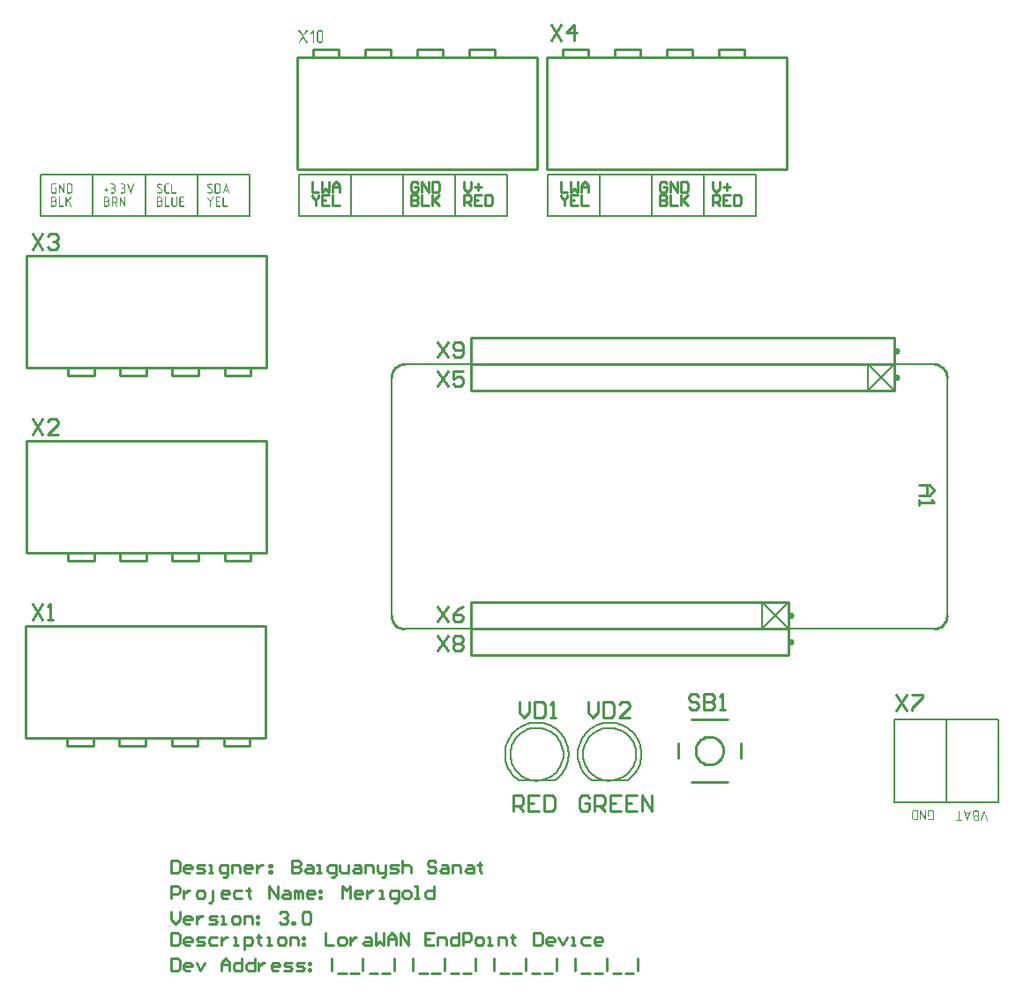
<source format=gto>
G04*
G04 #@! TF.GenerationSoftware,Altium Limited,Altium Designer,20.0.11 (256)*
G04*
G04 Layer_Color=65535*
%FSLAX44Y44*%
%MOMM*%
G71*
G01*
G75*
%ADD10C,0.2540*%
%ADD11C,0.2000*%
G36*
X1794670Y1058374D02*
X1794783Y1058332D01*
X1794895Y1058261D01*
X1794924Y1058233D01*
X1794966Y1058176D01*
X1795022Y1058064D01*
X1795036Y1058007D01*
X1795050Y1057937D01*
X1795022Y1057768D01*
X1792160Y1049197D01*
X1792146Y1049183D01*
X1792132Y1049126D01*
X1792104Y1049070D01*
X1792048Y1048985D01*
X1791991Y1048915D01*
X1791907Y1048844D01*
X1791822Y1048802D01*
X1791709Y1048788D01*
X1791653D01*
X1791597Y1048802D01*
X1791540Y1048844D01*
X1791456Y1048887D01*
X1791385Y1048957D01*
X1791315Y1049056D01*
X1791258Y1049197D01*
X1788411Y1057768D01*
X1788383Y1057937D01*
Y1057951D01*
Y1057965D01*
X1788397Y1058050D01*
X1788453Y1058148D01*
X1788481Y1058205D01*
X1788537Y1058261D01*
X1788566Y1058275D01*
X1788636Y1058317D01*
X1788749Y1058374D01*
X1788876Y1058388D01*
X1788932D01*
X1789003Y1058374D01*
X1789087Y1058346D01*
X1789101Y1058332D01*
X1789158Y1058289D01*
X1789186Y1058261D01*
X1789228Y1058205D01*
X1789256Y1058148D01*
X1789299Y1058064D01*
X1789989Y1056006D01*
X1793443D01*
X1794134Y1058064D01*
X1794148Y1058092D01*
X1794176Y1058148D01*
X1794219Y1058233D01*
X1794303Y1058317D01*
X1794317Y1058332D01*
X1794374Y1058346D01*
X1794458Y1058374D01*
X1794557Y1058388D01*
X1794585D01*
X1794670Y1058374D01*
D02*
G37*
G36*
X1808048Y1058360D02*
X1808104Y1058332D01*
X1808189Y1058289D01*
X1808259Y1058219D01*
X1808330Y1058120D01*
X1808400Y1057979D01*
X1811248Y1049507D01*
X1811276Y1049338D01*
Y1049324D01*
Y1049309D01*
X1811262Y1049239D01*
X1811220Y1049140D01*
X1811135Y1049028D01*
Y1049014D01*
X1811107Y1048999D01*
X1811036Y1048943D01*
X1810938Y1048901D01*
X1810867Y1048873D01*
X1810670D01*
X1810543Y1048915D01*
X1810529Y1048929D01*
X1810487Y1048971D01*
X1810416Y1049070D01*
X1810346Y1049197D01*
X1807949Y1056330D01*
X1805538Y1049211D01*
X1805524Y1049183D01*
X1805496Y1049126D01*
X1805440Y1049056D01*
X1805369Y1048971D01*
X1805341Y1048957D01*
X1805285Y1048915D01*
X1805200Y1048887D01*
X1805101Y1048873D01*
X1805073D01*
X1804989Y1048887D01*
X1804876Y1048929D01*
X1804763Y1048999D01*
X1804735Y1049028D01*
X1804693Y1049098D01*
X1804650Y1049197D01*
X1804622Y1049338D01*
X1804650Y1049507D01*
X1807498Y1057979D01*
Y1057993D01*
X1807512Y1058007D01*
X1807540Y1058078D01*
X1807597Y1058176D01*
X1807667Y1058275D01*
X1807681Y1058289D01*
X1807738Y1058317D01*
X1807822Y1058346D01*
X1807949Y1058388D01*
X1807991D01*
X1808048Y1058360D01*
D02*
G37*
G36*
X1802324Y1058374D02*
X1802395Y1058360D01*
X1802480Y1058332D01*
X1802578Y1058275D01*
X1802649Y1058191D01*
X1802705Y1058078D01*
X1802719Y1057923D01*
Y1049352D01*
Y1049338D01*
X1802705Y1049281D01*
X1802691Y1049197D01*
X1802663Y1049112D01*
X1802606Y1049028D01*
X1802522Y1048943D01*
X1802409Y1048887D01*
X1802254Y1048873D01*
X1799322D01*
X1799265Y1048887D01*
X1799110Y1048901D01*
X1798927Y1048943D01*
X1798716Y1049014D01*
X1798490Y1049112D01*
X1798264Y1049253D01*
X1798053Y1049436D01*
X1798025Y1049465D01*
X1797968Y1049535D01*
X1797870Y1049662D01*
X1797771Y1049817D01*
X1797672Y1050014D01*
X1797574Y1050240D01*
X1797517Y1050508D01*
X1797489Y1050790D01*
Y1051734D01*
Y1051748D01*
Y1051791D01*
Y1051861D01*
X1797503Y1051946D01*
X1797517Y1052044D01*
X1797531Y1052143D01*
X1797602Y1052383D01*
Y1052397D01*
X1797616Y1052439D01*
X1797644Y1052495D01*
X1797672Y1052566D01*
X1797785Y1052763D01*
X1797926Y1052975D01*
X1797912Y1052989D01*
X1797856Y1053017D01*
X1797785Y1053073D01*
X1797686Y1053144D01*
X1797588Y1053243D01*
X1797475Y1053370D01*
X1797362Y1053510D01*
X1797264Y1053665D01*
X1797249Y1053680D01*
X1797221Y1053736D01*
X1797179Y1053835D01*
X1797137Y1053947D01*
X1797094Y1054088D01*
X1797052Y1054243D01*
X1797024Y1054413D01*
X1797010Y1054596D01*
Y1056499D01*
Y1056513D01*
Y1056527D01*
Y1056570D01*
X1797024Y1056626D01*
X1797038Y1056767D01*
X1797080Y1056950D01*
X1797151Y1057162D01*
X1797249Y1057387D01*
X1797390Y1057613D01*
X1797574Y1057838D01*
X1797602Y1057866D01*
X1797672Y1057923D01*
X1797799Y1058007D01*
X1797954Y1058106D01*
X1798152Y1058219D01*
X1798377Y1058303D01*
X1798631Y1058360D01*
X1798913Y1058388D01*
X1802268D01*
X1802324Y1058374D01*
D02*
G37*
G36*
X1783815D02*
X1783914Y1058346D01*
X1784026Y1058275D01*
X1784055Y1058247D01*
X1784097Y1058191D01*
X1784139Y1058078D01*
X1784167Y1057923D01*
Y1049817D01*
X1786113D01*
X1786212Y1049803D01*
X1786324Y1049761D01*
X1786437Y1049690D01*
Y1049676D01*
X1786451Y1049662D01*
X1786494Y1049592D01*
X1786536Y1049479D01*
X1786550Y1049352D01*
Y1049338D01*
Y1049324D01*
X1786536Y1049253D01*
X1786508Y1049155D01*
X1786437Y1049042D01*
Y1049028D01*
X1786409Y1049014D01*
X1786353Y1048957D01*
X1786240Y1048901D01*
X1786169Y1048873D01*
X1781292D01*
X1781207Y1048887D01*
X1781094Y1048943D01*
X1781038Y1048971D01*
X1780982Y1049028D01*
X1780953Y1049056D01*
X1780911Y1049126D01*
X1780869Y1049225D01*
X1780841Y1049352D01*
Y1049380D01*
X1780855Y1049451D01*
X1780897Y1049549D01*
X1780968Y1049662D01*
X1780982Y1049690D01*
X1781052Y1049732D01*
X1781165Y1049789D01*
X1781235Y1049803D01*
X1781320Y1049817D01*
X1783223D01*
Y1057923D01*
Y1057937D01*
Y1057965D01*
X1783237Y1058050D01*
X1783279Y1058163D01*
X1783364Y1058275D01*
X1783392Y1058289D01*
X1783448Y1058332D01*
X1783561Y1058374D01*
X1783702Y1058388D01*
X1783730D01*
X1783815Y1058374D01*
D02*
G37*
G36*
X1751749Y1058628D02*
X1751848Y1058600D01*
X1751961Y1058529D01*
X1751989Y1058501D01*
X1752031Y1058445D01*
X1752073Y1058332D01*
X1752102Y1058177D01*
Y1049662D01*
Y1049648D01*
Y1049620D01*
X1752088Y1049578D01*
Y1049521D01*
X1752045Y1049394D01*
X1751975Y1049268D01*
X1751947Y1049239D01*
X1751890Y1049197D01*
X1751792Y1049155D01*
X1751665Y1049127D01*
X1751622D01*
X1751566Y1049141D01*
X1751496Y1049169D01*
X1751425Y1049197D01*
X1751355Y1049253D01*
X1751284Y1049338D01*
X1751214Y1049437D01*
X1747351Y1056274D01*
Y1049606D01*
Y1049592D01*
Y1049578D01*
X1747337Y1049493D01*
X1747294Y1049380D01*
X1747210Y1049253D01*
X1747182Y1049239D01*
X1747111Y1049183D01*
X1747013Y1049141D01*
X1746886Y1049127D01*
X1746857D01*
X1746787Y1049141D01*
X1746674Y1049183D01*
X1746561Y1049253D01*
X1746547D01*
X1746533Y1049268D01*
X1746477Y1049338D01*
X1746435Y1049451D01*
X1746406Y1049521D01*
Y1049606D01*
Y1058120D01*
Y1058135D01*
Y1058163D01*
Y1058205D01*
X1746420Y1058247D01*
X1746463Y1058374D01*
X1746547Y1058501D01*
X1746688Y1058614D01*
X1746703D01*
X1746731Y1058628D01*
X1746787Y1058642D01*
X1746900D01*
X1746956Y1058628D01*
X1747013Y1058600D01*
X1747097Y1058571D01*
X1747168Y1058529D01*
X1747238Y1058459D01*
X1747309Y1058360D01*
X1751157Y1051509D01*
Y1058177D01*
Y1058191D01*
Y1058219D01*
X1751171Y1058304D01*
X1751214Y1058417D01*
X1751298Y1058529D01*
X1751326Y1058543D01*
X1751383Y1058586D01*
X1751496Y1058628D01*
X1751636Y1058642D01*
X1751665D01*
X1751749Y1058628D01*
D02*
G37*
G36*
X1757938D02*
X1758079Y1058614D01*
X1758262Y1058571D01*
X1758474Y1058501D01*
X1758699Y1058417D01*
X1758925Y1058276D01*
X1759150Y1058092D01*
X1759178Y1058064D01*
X1759235Y1057993D01*
X1759333Y1057881D01*
X1759432Y1057712D01*
X1759531Y1057514D01*
X1759629Y1057289D01*
X1759686Y1057021D01*
X1759714Y1056739D01*
Y1051030D01*
Y1051015D01*
Y1050987D01*
Y1050959D01*
X1759700Y1050903D01*
X1759686Y1050748D01*
X1759644Y1050564D01*
X1759573Y1050353D01*
X1759489Y1050127D01*
X1759348Y1049902D01*
X1759164Y1049690D01*
X1759136Y1049662D01*
X1759066Y1049606D01*
X1758953Y1049507D01*
X1758784Y1049408D01*
X1758586Y1049310D01*
X1758361Y1049211D01*
X1758093Y1049155D01*
X1757811Y1049127D01*
X1754456D01*
X1754371Y1049141D01*
X1754259Y1049197D01*
X1754202Y1049225D01*
X1754146Y1049282D01*
X1754117Y1049310D01*
X1754075Y1049380D01*
X1754033Y1049479D01*
X1754005Y1049606D01*
Y1049634D01*
X1754019Y1049705D01*
X1754061Y1049803D01*
X1754132Y1049916D01*
X1754146Y1049944D01*
X1754216Y1049986D01*
X1754329Y1050043D01*
X1754399Y1050057D01*
X1754484Y1050071D01*
X1757896D01*
X1757966Y1050085D01*
X1758051Y1050099D01*
X1758163Y1050142D01*
X1758276Y1050184D01*
X1758389Y1050254D01*
X1758502Y1050353D01*
X1758530Y1050381D01*
X1758586Y1050437D01*
X1758657Y1050536D01*
X1758713Y1050663D01*
Y1050677D01*
X1758727Y1050691D01*
X1758741Y1050776D01*
X1758755Y1050889D01*
X1758770Y1051030D01*
Y1056753D01*
Y1056767D01*
Y1056824D01*
X1758755Y1056894D01*
X1758741Y1056979D01*
X1758699Y1057091D01*
X1758657Y1057204D01*
X1758586Y1057317D01*
X1758502Y1057430D01*
X1758474Y1057444D01*
X1758403Y1057500D01*
X1758304Y1057571D01*
X1758192Y1057641D01*
X1758177D01*
X1758163Y1057655D01*
X1758065Y1057669D01*
X1757952Y1057683D01*
X1757825Y1057698D01*
X1754949D01*
Y1053891D01*
X1755471D01*
X1755555Y1053877D01*
X1755682Y1053835D01*
X1755795Y1053764D01*
X1755809Y1053736D01*
X1755851Y1053666D01*
X1755894Y1053567D01*
X1755908Y1053426D01*
Y1053412D01*
Y1053398D01*
X1755894Y1053327D01*
X1755865Y1053215D01*
X1755795Y1053102D01*
Y1053088D01*
X1755767Y1053074D01*
X1755696Y1053017D01*
X1755598Y1052975D01*
X1755527Y1052947D01*
X1754413D01*
X1754329Y1052975D01*
X1754244Y1053003D01*
X1754160Y1053060D01*
X1754075Y1053144D01*
X1754019Y1053271D01*
X1754005Y1053426D01*
Y1058177D01*
Y1058191D01*
Y1058247D01*
X1754033Y1058318D01*
X1754061Y1058402D01*
X1754117Y1058501D01*
X1754202Y1058571D01*
X1754329Y1058628D01*
X1754484Y1058642D01*
X1757881D01*
X1757938Y1058628D01*
D02*
G37*
G36*
X1744095D02*
X1744165Y1058614D01*
X1744250Y1058586D01*
X1744348Y1058529D01*
X1744419Y1058445D01*
X1744475Y1058332D01*
X1744489Y1058177D01*
Y1049606D01*
Y1049592D01*
X1744475Y1049535D01*
X1744461Y1049451D01*
X1744433Y1049366D01*
X1744377Y1049282D01*
X1744292Y1049197D01*
X1744179Y1049141D01*
X1744024Y1049127D01*
X1740613D01*
X1740556Y1049141D01*
X1740401Y1049155D01*
X1740218Y1049197D01*
X1740006Y1049268D01*
X1739781Y1049366D01*
X1739555Y1049507D01*
X1739344Y1049690D01*
X1739316Y1049719D01*
X1739259Y1049789D01*
X1739161Y1049916D01*
X1739062Y1050071D01*
X1738963Y1050268D01*
X1738864Y1050494D01*
X1738808Y1050748D01*
X1738780Y1051030D01*
Y1056739D01*
Y1056753D01*
Y1056767D01*
Y1056809D01*
X1738794Y1056866D01*
X1738808Y1057021D01*
X1738850Y1057204D01*
X1738921Y1057416D01*
X1739020Y1057641D01*
X1739161Y1057867D01*
X1739344Y1058092D01*
X1739372Y1058120D01*
X1739442Y1058177D01*
X1739569Y1058261D01*
X1739724Y1058360D01*
X1739922Y1058473D01*
X1740147Y1058557D01*
X1740401Y1058614D01*
X1740683Y1058642D01*
X1744038D01*
X1744095Y1058628D01*
D02*
G37*
G36*
X931511Y1647801D02*
X931624Y1647745D01*
X931680Y1647717D01*
X931737Y1647660D01*
X931751D01*
X931765Y1647632D01*
X931821Y1647562D01*
X931864Y1647463D01*
X931892Y1647393D01*
Y1647322D01*
Y1647294D01*
X931878Y1647238D01*
X931835Y1647139D01*
X931751Y1646998D01*
X928917Y1644178D01*
X931835Y1639005D01*
X931906Y1638751D01*
Y1638737D01*
Y1638723D01*
X931892Y1638638D01*
X931835Y1638540D01*
X931807Y1638497D01*
X931751Y1638441D01*
X931723Y1638413D01*
X931652Y1638371D01*
X931539Y1638328D01*
X931398Y1638300D01*
X931356D01*
X931314Y1638314D01*
X931257Y1638328D01*
X931187Y1638356D01*
X931131Y1638399D01*
X931060Y1638455D01*
X930990Y1638540D01*
X928198Y1643502D01*
X927071Y1642388D01*
Y1638765D01*
Y1638751D01*
Y1638723D01*
X927057Y1638638D01*
X927014Y1638526D01*
X926930Y1638413D01*
X926901Y1638399D01*
X926845Y1638356D01*
X926732Y1638314D01*
X926591Y1638300D01*
X926563D01*
X926479Y1638314D01*
X926380Y1638342D01*
X926267Y1638413D01*
X926239Y1638441D01*
X926197Y1638497D01*
X926154Y1638610D01*
X926126Y1638765D01*
Y1647350D01*
Y1647364D01*
Y1647379D01*
X926140Y1647463D01*
X926183Y1647562D01*
X926267Y1647675D01*
X926295Y1647703D01*
X926366Y1647745D01*
X926464Y1647787D01*
X926591Y1647816D01*
X926620D01*
X926704Y1647801D01*
X926803Y1647773D01*
X926916Y1647703D01*
X926930D01*
X926944Y1647675D01*
X927000Y1647618D01*
X927042Y1647505D01*
X927071Y1647435D01*
Y1647350D01*
Y1643699D01*
X931074Y1647675D01*
X931102Y1647703D01*
X931173Y1647745D01*
X931272Y1647787D01*
X931398Y1647816D01*
X931427D01*
X931511Y1647801D01*
D02*
G37*
G36*
X920050D02*
X920149Y1647759D01*
X920262Y1647689D01*
X920276D01*
X920290Y1647675D01*
X920346Y1647604D01*
X920389Y1647491D01*
X920417Y1647421D01*
Y1647336D01*
Y1639245D01*
X923786D01*
X923871Y1639230D01*
X923969Y1639174D01*
X924026Y1639146D01*
X924082Y1639089D01*
X924110Y1639061D01*
X924153Y1638991D01*
X924195Y1638892D01*
X924223Y1638765D01*
Y1638737D01*
X924209Y1638667D01*
X924167Y1638568D01*
X924096Y1638455D01*
X924082Y1638427D01*
X924012Y1638385D01*
X923913Y1638328D01*
X923842Y1638314D01*
X923758Y1638300D01*
X919923D01*
X919867Y1638314D01*
X919797Y1638328D01*
X919712Y1638356D01*
X919613Y1638413D01*
X919543Y1638497D01*
X919486Y1638610D01*
X919472Y1638765D01*
Y1647336D01*
Y1647350D01*
Y1647364D01*
X919486Y1647449D01*
X919529Y1647562D01*
X919613Y1647689D01*
X919641Y1647703D01*
X919712Y1647759D01*
X919811Y1647801D01*
X919938Y1647816D01*
X919966D01*
X920050Y1647801D01*
D02*
G37*
G36*
X915314D02*
X915469Y1647787D01*
X915652Y1647745D01*
X915863Y1647675D01*
X916089Y1647576D01*
X916315Y1647435D01*
X916526Y1647252D01*
X916554Y1647223D01*
X916611Y1647153D01*
X916709Y1647026D01*
X916808Y1646871D01*
X916907Y1646674D01*
X917005Y1646448D01*
X917062Y1646180D01*
X917090Y1645898D01*
Y1644954D01*
Y1644940D01*
Y1644897D01*
Y1644827D01*
X917076Y1644742D01*
X917062Y1644644D01*
X917048Y1644545D01*
X916977Y1644305D01*
Y1644291D01*
X916963Y1644249D01*
X916935Y1644193D01*
X916907Y1644122D01*
X916794Y1643925D01*
X916653Y1643713D01*
X916667Y1643699D01*
X916723Y1643671D01*
X916794Y1643615D01*
X916893Y1643544D01*
X916991Y1643445D01*
X917104Y1643318D01*
X917217Y1643178D01*
X917316Y1643022D01*
X917330Y1643008D01*
X917358Y1642952D01*
X917400Y1642853D01*
X917442Y1642741D01*
X917485Y1642600D01*
X917527Y1642444D01*
X917555Y1642275D01*
X917569Y1642092D01*
Y1640189D01*
Y1640175D01*
Y1640161D01*
Y1640119D01*
X917555Y1640062D01*
X917541Y1639921D01*
X917499Y1639738D01*
X917428Y1639526D01*
X917330Y1639301D01*
X917189Y1639075D01*
X917005Y1638850D01*
X916977Y1638822D01*
X916907Y1638765D01*
X916780Y1638681D01*
X916625Y1638582D01*
X916427Y1638469D01*
X916202Y1638385D01*
X915948Y1638328D01*
X915666Y1638300D01*
X912311D01*
X912255Y1638314D01*
X912184Y1638328D01*
X912100Y1638356D01*
X912001Y1638413D01*
X911930Y1638497D01*
X911874Y1638610D01*
X911860Y1638765D01*
Y1647336D01*
Y1647350D01*
X911874Y1647407D01*
X911888Y1647491D01*
X911916Y1647576D01*
X911973Y1647660D01*
X912057Y1647745D01*
X912170Y1647801D01*
X912325Y1647816D01*
X915257D01*
X915314Y1647801D01*
D02*
G37*
G36*
X991728Y1660501D02*
X991841Y1660459D01*
X991954Y1660389D01*
X991982Y1660360D01*
X992024Y1660290D01*
X992066Y1660191D01*
X992094Y1660050D01*
X992066Y1659881D01*
X989219Y1651409D01*
Y1651395D01*
X989205Y1651381D01*
X989176Y1651310D01*
X989120Y1651212D01*
X989050Y1651113D01*
X989035Y1651099D01*
X988979Y1651071D01*
X988895Y1651042D01*
X988768Y1651000D01*
X988725D01*
X988669Y1651028D01*
X988613Y1651056D01*
X988528Y1651099D01*
X988457Y1651169D01*
X988387Y1651268D01*
X988316Y1651409D01*
X985469Y1659881D01*
X985441Y1660050D01*
Y1660064D01*
Y1660078D01*
X985455Y1660149D01*
X985497Y1660248D01*
X985582Y1660360D01*
Y1660374D01*
X985610Y1660389D01*
X985680Y1660445D01*
X985779Y1660487D01*
X985850Y1660515D01*
X986047D01*
X986174Y1660473D01*
X986188Y1660459D01*
X986230Y1660417D01*
X986301Y1660318D01*
X986371Y1660191D01*
X988768Y1653058D01*
X991178Y1660177D01*
X991192Y1660205D01*
X991220Y1660262D01*
X991277Y1660332D01*
X991347Y1660417D01*
X991376Y1660431D01*
X991432Y1660473D01*
X991517Y1660501D01*
X991615Y1660515D01*
X991643D01*
X991728Y1660501D01*
D02*
G37*
G36*
X965127Y1656695D02*
X965240Y1656653D01*
X965352Y1656582D01*
X965367D01*
X965381Y1656568D01*
X965437Y1656498D01*
X965479Y1656385D01*
X965508Y1656315D01*
Y1656230D01*
Y1654806D01*
X966974D01*
X967058Y1654792D01*
X967171Y1654736D01*
X967227Y1654707D01*
X967284Y1654651D01*
X967298Y1654623D01*
X967354Y1654552D01*
X967397Y1654454D01*
X967411Y1654327D01*
Y1654299D01*
X967397Y1654228D01*
X967354Y1654129D01*
X967284Y1654017D01*
X967270Y1653989D01*
X967199Y1653946D01*
X967086Y1653890D01*
X967016Y1653876D01*
X966931Y1653862D01*
X965508D01*
Y1652424D01*
Y1652410D01*
Y1652381D01*
Y1652339D01*
X965493Y1652283D01*
X965451Y1652170D01*
X965367Y1652057D01*
X965338Y1652043D01*
X965282Y1652001D01*
X965169Y1651959D01*
X965028Y1651944D01*
X965000D01*
X964915Y1651959D01*
X964817Y1651987D01*
X964704Y1652057D01*
X964676Y1652086D01*
X964634Y1652156D01*
X964591Y1652269D01*
X964563Y1652424D01*
Y1653862D01*
X963097D01*
X962998Y1653876D01*
X962886Y1653918D01*
X962773Y1653989D01*
X962759Y1654017D01*
X962716Y1654087D01*
X962674Y1654186D01*
X962660Y1654327D01*
Y1654341D01*
Y1654355D01*
X962674Y1654426D01*
X962702Y1654538D01*
X962773Y1654651D01*
Y1654665D01*
X962801Y1654679D01*
X962871Y1654736D01*
X962970Y1654778D01*
X963041Y1654806D01*
X964563D01*
Y1656230D01*
Y1656244D01*
Y1656258D01*
X964577Y1656343D01*
X964620Y1656456D01*
X964704Y1656582D01*
X964732Y1656597D01*
X964803Y1656653D01*
X964901Y1656695D01*
X965028Y1656709D01*
X965057D01*
X965127Y1656695D01*
D02*
G37*
G36*
X981296Y1660487D02*
X981395Y1660473D01*
X981508Y1660459D01*
X981747Y1660417D01*
X982043Y1660318D01*
X982339Y1660191D01*
X982480Y1660107D01*
X982621Y1660008D01*
X982762Y1659895D01*
X982889Y1659768D01*
X982903Y1659754D01*
X982917Y1659740D01*
X982946Y1659698D01*
X982988Y1659642D01*
X983087Y1659500D01*
X983199Y1659317D01*
X983298Y1659078D01*
X983397Y1658796D01*
X983467Y1658486D01*
X983495Y1658316D01*
Y1658133D01*
Y1658105D01*
Y1658034D01*
X983481Y1657922D01*
X983467Y1657781D01*
X983425Y1657612D01*
X983383Y1657442D01*
X983326Y1657245D01*
X983256Y1657062D01*
X983242Y1657048D01*
X983213Y1656977D01*
X983157Y1656893D01*
X983087Y1656780D01*
X982988Y1656639D01*
X982875Y1656498D01*
X982734Y1656343D01*
X982565Y1656202D01*
X982579Y1656188D01*
X982635Y1656145D01*
X982706Y1656075D01*
X982791Y1655976D01*
X982903Y1655863D01*
X983002Y1655723D01*
X983115Y1655567D01*
X983213Y1655384D01*
X983227Y1655356D01*
X983256Y1655300D01*
X983298Y1655201D01*
X983354Y1655060D01*
X983397Y1654905D01*
X983439Y1654722D01*
X983481Y1654524D01*
X983495Y1654313D01*
Y1653368D01*
Y1653354D01*
Y1653326D01*
Y1653270D01*
X983481Y1653199D01*
Y1653129D01*
X983453Y1653030D01*
X983411Y1652790D01*
X983326Y1652537D01*
X983199Y1652255D01*
X983115Y1652114D01*
X983030Y1651973D01*
X982917Y1651832D01*
X982791Y1651691D01*
X982776Y1651677D01*
X982762Y1651663D01*
X982720Y1651634D01*
X982664Y1651578D01*
X982523Y1651479D01*
X982311Y1651352D01*
X982072Y1651226D01*
X981790Y1651113D01*
X981465Y1651028D01*
X981296Y1651014D01*
X981113Y1651000D01*
X979182D01*
X979083Y1651014D01*
X978970Y1651056D01*
X978857Y1651127D01*
Y1651141D01*
X978843Y1651155D01*
X978801Y1651226D01*
X978759Y1651338D01*
X978745Y1651465D01*
Y1651479D01*
Y1651493D01*
X978759Y1651564D01*
X978787Y1651663D01*
X978857Y1651775D01*
Y1651789D01*
X978886Y1651803D01*
X978942Y1651860D01*
X979055Y1651916D01*
X979125Y1651944D01*
X981212D01*
X981324Y1651973D01*
X981465Y1652001D01*
X981620Y1652043D01*
X981790Y1652114D01*
X981959Y1652212D01*
X982128Y1652353D01*
X982142Y1652367D01*
X982198Y1652424D01*
X982269Y1652522D01*
X982339Y1652635D01*
X982424Y1652790D01*
X982480Y1652959D01*
X982537Y1653157D01*
X982551Y1653368D01*
Y1654313D01*
Y1654341D01*
Y1654411D01*
X982523Y1654524D01*
X982495Y1654665D01*
X982452Y1654820D01*
X982368Y1654989D01*
X982269Y1655159D01*
X982128Y1655328D01*
X982114Y1655342D01*
X982057Y1655398D01*
X981973Y1655469D01*
X981846Y1655539D01*
X981705Y1655624D01*
X981522Y1655680D01*
X981324Y1655737D01*
X981113Y1655751D01*
X980126D01*
X980042Y1655765D01*
X979929Y1655807D01*
X979816Y1655878D01*
Y1655892D01*
X979802Y1655906D01*
X979760Y1655976D01*
X979703Y1656089D01*
X979689Y1656216D01*
Y1656230D01*
Y1656244D01*
X979703Y1656315D01*
X979732Y1656413D01*
X979802Y1656526D01*
Y1656540D01*
X979830Y1656554D01*
X979901Y1656611D01*
X980013Y1656667D01*
X980084Y1656695D01*
X981141D01*
X981226Y1656709D01*
X981339Y1656723D01*
X981479Y1656752D01*
X981649Y1656808D01*
X981818Y1656893D01*
X982001Y1656991D01*
X982156Y1657146D01*
X982170Y1657160D01*
X982213Y1657217D01*
X982269Y1657301D01*
X982339Y1657428D01*
X982396Y1657569D01*
X982452Y1657738D01*
X982495Y1657936D01*
X982509Y1658147D01*
Y1658175D01*
Y1658246D01*
X982495Y1658345D01*
X982466Y1658486D01*
X982424Y1658641D01*
X982368Y1658796D01*
X982283Y1658965D01*
X982170Y1659120D01*
X982156Y1659134D01*
X982100Y1659190D01*
X982015Y1659261D01*
X981902Y1659345D01*
X981747Y1659416D01*
X981564Y1659486D01*
X981353Y1659543D01*
X981113Y1659557D01*
X979182D01*
X979083Y1659571D01*
X978970Y1659613D01*
X978857Y1659684D01*
X978843Y1659712D01*
X978801Y1659782D01*
X978759Y1659881D01*
X978745Y1660022D01*
Y1660036D01*
Y1660050D01*
X978759Y1660121D01*
X978787Y1660233D01*
X978857Y1660346D01*
Y1660360D01*
X978886Y1660374D01*
X978956Y1660431D01*
X979055Y1660473D01*
X979125Y1660501D01*
X981226D01*
X981296Y1660487D01*
D02*
G37*
G36*
X976503Y1651930D02*
X976602Y1651888D01*
X976715Y1651803D01*
X976729D01*
X976743Y1651775D01*
X976799Y1651705D01*
X976856Y1651606D01*
X976884Y1651536D01*
Y1651465D01*
Y1651451D01*
Y1651437D01*
X976870Y1651366D01*
X976827Y1651254D01*
X976743Y1651141D01*
X976715Y1651113D01*
X976644Y1651071D01*
X976545Y1651028D01*
X976405Y1651000D01*
X976376D01*
X976292Y1651014D01*
X976179Y1651056D01*
X976066Y1651141D01*
X976052Y1651169D01*
X976010Y1651240D01*
X975954Y1651338D01*
X975939Y1651465D01*
Y1651479D01*
Y1651493D01*
X975954Y1651578D01*
X975996Y1651691D01*
X976066Y1651803D01*
X976094Y1651832D01*
X976165Y1651874D01*
X976264Y1651916D01*
X976405Y1651944D01*
X976433D01*
X976503Y1651930D01*
D02*
G37*
G36*
X971795Y1660487D02*
X971893Y1660473D01*
X972006Y1660459D01*
X972246Y1660417D01*
X972542Y1660318D01*
X972838Y1660191D01*
X972979Y1660107D01*
X973120Y1660008D01*
X973261Y1659895D01*
X973388Y1659768D01*
X973402Y1659754D01*
X973416Y1659740D01*
X973444Y1659698D01*
X973486Y1659642D01*
X973585Y1659500D01*
X973698Y1659317D01*
X973797Y1659078D01*
X973895Y1658796D01*
X973966Y1658486D01*
X973994Y1658316D01*
Y1658133D01*
Y1658105D01*
Y1658034D01*
X973980Y1657922D01*
X973966Y1657781D01*
X973923Y1657612D01*
X973881Y1657442D01*
X973825Y1657245D01*
X973754Y1657062D01*
X973740Y1657048D01*
X973712Y1656977D01*
X973656Y1656893D01*
X973585Y1656780D01*
X973486Y1656639D01*
X973374Y1656498D01*
X973233Y1656343D01*
X973064Y1656202D01*
X973078Y1656188D01*
X973134Y1656145D01*
X973205Y1656075D01*
X973289Y1655976D01*
X973402Y1655863D01*
X973501Y1655723D01*
X973613Y1655567D01*
X973712Y1655384D01*
X973726Y1655356D01*
X973754Y1655300D01*
X973797Y1655201D01*
X973853Y1655060D01*
X973895Y1654905D01*
X973938Y1654722D01*
X973980Y1654524D01*
X973994Y1654313D01*
Y1653368D01*
Y1653354D01*
Y1653326D01*
Y1653270D01*
X973980Y1653199D01*
Y1653129D01*
X973952Y1653030D01*
X973909Y1652790D01*
X973825Y1652537D01*
X973698Y1652255D01*
X973613Y1652114D01*
X973529Y1651973D01*
X973416Y1651832D01*
X973289Y1651691D01*
X973275Y1651677D01*
X973261Y1651663D01*
X973219Y1651634D01*
X973162Y1651578D01*
X973021Y1651479D01*
X972810Y1651352D01*
X972570Y1651226D01*
X972288Y1651113D01*
X971964Y1651028D01*
X971795Y1651014D01*
X971612Y1651000D01*
X969680D01*
X969582Y1651014D01*
X969469Y1651056D01*
X969356Y1651127D01*
Y1651141D01*
X969342Y1651155D01*
X969300Y1651226D01*
X969257Y1651338D01*
X969243Y1651465D01*
Y1651479D01*
Y1651493D01*
X969257Y1651564D01*
X969286Y1651663D01*
X969356Y1651775D01*
Y1651789D01*
X969384Y1651803D01*
X969441Y1651860D01*
X969553Y1651916D01*
X969624Y1651944D01*
X971710D01*
X971823Y1651973D01*
X971964Y1652001D01*
X972119Y1652043D01*
X972288Y1652114D01*
X972457Y1652212D01*
X972627Y1652353D01*
X972641Y1652367D01*
X972697Y1652424D01*
X972767Y1652522D01*
X972838Y1652635D01*
X972923Y1652790D01*
X972979Y1652959D01*
X973035Y1653157D01*
X973049Y1653368D01*
Y1654313D01*
Y1654341D01*
Y1654411D01*
X973021Y1654524D01*
X972993Y1654665D01*
X972951Y1654820D01*
X972866Y1654989D01*
X972767Y1655159D01*
X972627Y1655328D01*
X972613Y1655342D01*
X972556Y1655398D01*
X972471Y1655469D01*
X972345Y1655539D01*
X972204Y1655624D01*
X972020Y1655680D01*
X971823Y1655737D01*
X971612Y1655751D01*
X970625D01*
X970540Y1655765D01*
X970427Y1655807D01*
X970315Y1655878D01*
Y1655892D01*
X970301Y1655906D01*
X970258Y1655976D01*
X970202Y1656089D01*
X970188Y1656216D01*
Y1656230D01*
Y1656244D01*
X970202Y1656315D01*
X970230Y1656413D01*
X970301Y1656526D01*
Y1656540D01*
X970329Y1656554D01*
X970399Y1656611D01*
X970512Y1656667D01*
X970583Y1656695D01*
X971640D01*
X971724Y1656709D01*
X971837Y1656723D01*
X971978Y1656752D01*
X972147Y1656808D01*
X972316Y1656893D01*
X972500Y1656991D01*
X972655Y1657146D01*
X972669Y1657160D01*
X972711Y1657217D01*
X972767Y1657301D01*
X972838Y1657428D01*
X972894Y1657569D01*
X972951Y1657738D01*
X972993Y1657936D01*
X973007Y1658147D01*
Y1658175D01*
Y1658246D01*
X972993Y1658345D01*
X972965Y1658486D01*
X972923Y1658641D01*
X972866Y1658796D01*
X972782Y1658965D01*
X972669Y1659120D01*
X972655Y1659134D01*
X972598Y1659190D01*
X972514Y1659261D01*
X972401Y1659345D01*
X972246Y1659416D01*
X972063Y1659486D01*
X971851Y1659543D01*
X971612Y1659557D01*
X969680D01*
X969582Y1659571D01*
X969469Y1659613D01*
X969356Y1659684D01*
X969342Y1659712D01*
X969300Y1659782D01*
X969257Y1659881D01*
X969243Y1660022D01*
Y1660036D01*
Y1660050D01*
X969257Y1660121D01*
X969286Y1660233D01*
X969356Y1660346D01*
Y1660360D01*
X969384Y1660374D01*
X969455Y1660431D01*
X969553Y1660473D01*
X969624Y1660501D01*
X971724D01*
X971795Y1660487D01*
D02*
G37*
G36*
X983199Y1647801D02*
X983312Y1647759D01*
X983425Y1647689D01*
X983439D01*
X983453Y1647675D01*
X983510Y1647604D01*
X983552Y1647491D01*
X983580Y1647421D01*
Y1647336D01*
Y1638822D01*
Y1638808D01*
Y1638779D01*
Y1638737D01*
X983566Y1638695D01*
X983524Y1638568D01*
X983439Y1638441D01*
X983298Y1638328D01*
X983284D01*
X983256Y1638314D01*
X983199Y1638300D01*
X983087D01*
X983030Y1638314D01*
X982974Y1638342D01*
X982889Y1638371D01*
X982819Y1638413D01*
X982748Y1638483D01*
X982678Y1638582D01*
X978829Y1645433D01*
Y1638765D01*
Y1638751D01*
Y1638723D01*
X978815Y1638638D01*
X978773Y1638526D01*
X978688Y1638413D01*
X978660Y1638399D01*
X978604Y1638356D01*
X978491Y1638314D01*
X978350Y1638300D01*
X978322D01*
X978237Y1638314D01*
X978139Y1638342D01*
X978026Y1638413D01*
X977998Y1638441D01*
X977955Y1638497D01*
X977913Y1638610D01*
X977885Y1638765D01*
Y1647280D01*
Y1647294D01*
Y1647322D01*
X977899Y1647364D01*
Y1647421D01*
X977941Y1647548D01*
X978012Y1647675D01*
X978040Y1647703D01*
X978096Y1647745D01*
X978195Y1647787D01*
X978322Y1647816D01*
X978364D01*
X978420Y1647801D01*
X978491Y1647773D01*
X978561Y1647745D01*
X978632Y1647689D01*
X978702Y1647604D01*
X978773Y1647505D01*
X982635Y1640668D01*
Y1647336D01*
Y1647350D01*
Y1647364D01*
X982650Y1647449D01*
X982692Y1647562D01*
X982776Y1647689D01*
X982805Y1647703D01*
X982875Y1647759D01*
X982974Y1647801D01*
X983101Y1647816D01*
X983129D01*
X983199Y1647801D01*
D02*
G37*
G36*
X974205D02*
X974361Y1647787D01*
X974544Y1647745D01*
X974755Y1647675D01*
X974981Y1647576D01*
X975206Y1647435D01*
X975418Y1647252D01*
X975446Y1647223D01*
X975502Y1647153D01*
X975601Y1647026D01*
X975700Y1646871D01*
X975798Y1646674D01*
X975897Y1646448D01*
X975954Y1646194D01*
X975982Y1645912D01*
Y1644009D01*
Y1643995D01*
Y1643981D01*
Y1643939D01*
X975968Y1643882D01*
X975954Y1643727D01*
X975911Y1643544D01*
X975841Y1643333D01*
X975742Y1643107D01*
X975601Y1642881D01*
X975418Y1642656D01*
X975390Y1642628D01*
X975319Y1642571D01*
X975192Y1642487D01*
X975037Y1642388D01*
X974840Y1642275D01*
X974614Y1642191D01*
X974346Y1642134D01*
X974064Y1642106D01*
X973980D01*
X975897Y1639033D01*
X975939Y1638920D01*
X975982Y1638765D01*
Y1638751D01*
Y1638737D01*
X975968Y1638652D01*
X975911Y1638540D01*
X975883Y1638483D01*
X975827Y1638427D01*
X975798Y1638413D01*
X975728Y1638371D01*
X975615Y1638314D01*
X975474Y1638300D01*
X975418D01*
X975347Y1638314D01*
X975277Y1638328D01*
X975263Y1638342D01*
X975220Y1638371D01*
X975164Y1638427D01*
X975094Y1638512D01*
X972852Y1642106D01*
X971217D01*
Y1638765D01*
Y1638751D01*
Y1638723D01*
X971203Y1638638D01*
X971161Y1638526D01*
X971076Y1638413D01*
X971048Y1638399D01*
X970991Y1638356D01*
X970879Y1638314D01*
X970738Y1638300D01*
X970709D01*
X970625Y1638314D01*
X970526Y1638342D01*
X970413Y1638413D01*
X970385Y1638441D01*
X970343Y1638497D01*
X970301Y1638610D01*
X970272Y1638765D01*
Y1647336D01*
Y1647350D01*
X970286Y1647407D01*
X970301Y1647491D01*
X970329Y1647576D01*
X970385Y1647660D01*
X970470Y1647745D01*
X970583Y1647801D01*
X970738Y1647816D01*
X974149D01*
X974205Y1647801D01*
D02*
G37*
G36*
X966114D02*
X966269Y1647787D01*
X966452Y1647745D01*
X966664Y1647675D01*
X966889Y1647576D01*
X967115Y1647435D01*
X967326Y1647252D01*
X967354Y1647223D01*
X967411Y1647153D01*
X967509Y1647026D01*
X967608Y1646871D01*
X967707Y1646674D01*
X967805Y1646448D01*
X967862Y1646180D01*
X967890Y1645898D01*
Y1644954D01*
Y1644940D01*
Y1644897D01*
Y1644827D01*
X967876Y1644742D01*
X967862Y1644644D01*
X967848Y1644545D01*
X967777Y1644305D01*
Y1644291D01*
X967763Y1644249D01*
X967735Y1644193D01*
X967707Y1644122D01*
X967594Y1643925D01*
X967453Y1643713D01*
X967467Y1643699D01*
X967523Y1643671D01*
X967594Y1643615D01*
X967693Y1643544D01*
X967791Y1643445D01*
X967904Y1643318D01*
X968017Y1643178D01*
X968115Y1643022D01*
X968130Y1643008D01*
X968158Y1642952D01*
X968200Y1642853D01*
X968242Y1642741D01*
X968285Y1642600D01*
X968327Y1642444D01*
X968355Y1642275D01*
X968369Y1642092D01*
Y1640189D01*
Y1640175D01*
Y1640161D01*
Y1640119D01*
X968355Y1640062D01*
X968341Y1639921D01*
X968299Y1639738D01*
X968228Y1639526D01*
X968130Y1639301D01*
X967989Y1639075D01*
X967805Y1638850D01*
X967777Y1638822D01*
X967707Y1638765D01*
X967580Y1638681D01*
X967425Y1638582D01*
X967227Y1638469D01*
X967002Y1638385D01*
X966748Y1638328D01*
X966466Y1638300D01*
X963111D01*
X963055Y1638314D01*
X962984Y1638328D01*
X962900Y1638356D01*
X962801Y1638413D01*
X962730Y1638497D01*
X962674Y1638610D01*
X962660Y1638765D01*
Y1647336D01*
Y1647350D01*
X962674Y1647407D01*
X962688Y1647491D01*
X962716Y1647576D01*
X962773Y1647660D01*
X962857Y1647745D01*
X962970Y1647801D01*
X963125Y1647816D01*
X966057D01*
X966114Y1647801D01*
D02*
G37*
G36*
X1033069D02*
X1033168Y1647759D01*
X1033280Y1647689D01*
X1033295D01*
X1033309Y1647675D01*
X1033365Y1647604D01*
X1033407Y1647491D01*
X1033435Y1647421D01*
Y1647336D01*
Y1640203D01*
Y1640189D01*
Y1640175D01*
Y1640133D01*
X1033421Y1640076D01*
X1033407Y1639921D01*
X1033365Y1639738D01*
X1033295Y1639526D01*
X1033196Y1639301D01*
X1033055Y1639075D01*
X1032872Y1638850D01*
X1032843Y1638822D01*
X1032773Y1638765D01*
X1032646Y1638681D01*
X1032491Y1638582D01*
X1032294Y1638469D01*
X1032068Y1638385D01*
X1031814Y1638328D01*
X1031532Y1638300D01*
X1029559D01*
X1029502Y1638314D01*
X1029361Y1638328D01*
X1029178Y1638371D01*
X1028967Y1638441D01*
X1028741Y1638526D01*
X1028516Y1638667D01*
X1028290Y1638850D01*
X1028262Y1638878D01*
X1028205Y1638949D01*
X1028107Y1639061D01*
X1028008Y1639230D01*
X1027909Y1639428D01*
X1027811Y1639653D01*
X1027754Y1639921D01*
X1027726Y1640203D01*
Y1647336D01*
Y1647350D01*
Y1647364D01*
X1027740Y1647449D01*
X1027783Y1647562D01*
X1027867Y1647689D01*
X1027895Y1647703D01*
X1027966Y1647759D01*
X1028064Y1647801D01*
X1028191Y1647816D01*
X1028220D01*
X1028304Y1647801D01*
X1028403Y1647759D01*
X1028516Y1647689D01*
X1028530D01*
X1028544Y1647675D01*
X1028600Y1647604D01*
X1028643Y1647491D01*
X1028671Y1647421D01*
Y1647336D01*
Y1640189D01*
Y1640175D01*
Y1640119D01*
X1028685Y1640048D01*
X1028699Y1639963D01*
X1028741Y1639851D01*
X1028783Y1639738D01*
X1028854Y1639625D01*
X1028939Y1639512D01*
X1028967Y1639498D01*
X1029037Y1639442D01*
X1029136Y1639371D01*
X1029249Y1639301D01*
X1029263D01*
X1029277Y1639287D01*
X1029376Y1639273D01*
X1029488Y1639259D01*
X1029615Y1639245D01*
X1031603D01*
X1031673Y1639259D01*
X1031772Y1639273D01*
X1031871Y1639301D01*
X1031983Y1639357D01*
X1032096Y1639414D01*
X1032209Y1639498D01*
X1032223Y1639512D01*
X1032251Y1639541D01*
X1032294Y1639611D01*
X1032350Y1639682D01*
X1032406Y1639780D01*
X1032449Y1639907D01*
X1032477Y1640034D01*
X1032491Y1640189D01*
Y1647336D01*
Y1647350D01*
Y1647364D01*
X1032505Y1647449D01*
X1032547Y1647562D01*
X1032632Y1647689D01*
X1032660Y1647703D01*
X1032731Y1647759D01*
X1032829Y1647801D01*
X1032956Y1647816D01*
X1032984D01*
X1033069Y1647801D01*
D02*
G37*
G36*
X1039737D02*
X1039850Y1647745D01*
X1039906Y1647717D01*
X1039962Y1647660D01*
X1039991Y1647632D01*
X1040033Y1647562D01*
X1040075Y1647463D01*
X1040103Y1647336D01*
Y1647322D01*
Y1647308D01*
X1040089Y1647238D01*
X1040047Y1647125D01*
X1039977Y1647012D01*
X1039962Y1646984D01*
X1039892Y1646942D01*
X1039779Y1646899D01*
X1039624Y1646871D01*
X1036283D01*
Y1643995D01*
X1038694D01*
X1038778Y1643981D01*
X1038891Y1643925D01*
X1038947Y1643896D01*
X1039004Y1643840D01*
X1039032Y1643812D01*
X1039074Y1643741D01*
X1039117Y1643643D01*
X1039145Y1643516D01*
Y1643502D01*
Y1643488D01*
X1039131Y1643417D01*
X1039088Y1643304D01*
X1039018Y1643192D01*
X1039004Y1643163D01*
X1038933Y1643121D01*
X1038820Y1643079D01*
X1038665Y1643051D01*
X1036283D01*
Y1639245D01*
X1039652D01*
X1039737Y1639230D01*
X1039850Y1639174D01*
X1039906Y1639146D01*
X1039962Y1639089D01*
X1039991Y1639061D01*
X1040033Y1638991D01*
X1040075Y1638892D01*
X1040103Y1638765D01*
Y1638751D01*
Y1638737D01*
X1040089Y1638667D01*
X1040047Y1638554D01*
X1039977Y1638441D01*
X1039962Y1638413D01*
X1039892Y1638371D01*
X1039779Y1638328D01*
X1039624Y1638300D01*
X1035790D01*
X1035733Y1638314D01*
X1035663Y1638328D01*
X1035578Y1638356D01*
X1035480Y1638413D01*
X1035409Y1638483D01*
X1035353Y1638596D01*
X1035339Y1638737D01*
Y1647336D01*
Y1647350D01*
X1035353Y1647407D01*
X1035367Y1647491D01*
X1035395Y1647576D01*
X1035451Y1647660D01*
X1035536Y1647745D01*
X1035649Y1647801D01*
X1035804Y1647816D01*
X1039652D01*
X1039737Y1647801D01*
D02*
G37*
G36*
X1021650D02*
X1021749Y1647759D01*
X1021862Y1647689D01*
X1021876D01*
X1021890Y1647675D01*
X1021946Y1647604D01*
X1021989Y1647491D01*
X1022017Y1647421D01*
Y1647336D01*
Y1639245D01*
X1025386D01*
X1025471Y1639230D01*
X1025569Y1639174D01*
X1025626Y1639146D01*
X1025682Y1639089D01*
X1025710Y1639061D01*
X1025753Y1638991D01*
X1025795Y1638892D01*
X1025823Y1638765D01*
Y1638737D01*
X1025809Y1638667D01*
X1025767Y1638568D01*
X1025696Y1638455D01*
X1025682Y1638427D01*
X1025612Y1638385D01*
X1025513Y1638328D01*
X1025442Y1638314D01*
X1025358Y1638300D01*
X1021524D01*
X1021467Y1638314D01*
X1021397Y1638328D01*
X1021312Y1638356D01*
X1021213Y1638413D01*
X1021143Y1638497D01*
X1021087Y1638610D01*
X1021072Y1638765D01*
Y1647336D01*
Y1647350D01*
Y1647364D01*
X1021087Y1647449D01*
X1021129Y1647562D01*
X1021213Y1647689D01*
X1021242Y1647703D01*
X1021312Y1647759D01*
X1021411Y1647801D01*
X1021538Y1647816D01*
X1021566D01*
X1021650Y1647801D01*
D02*
G37*
G36*
X1016914D02*
X1017069Y1647787D01*
X1017252Y1647745D01*
X1017464Y1647675D01*
X1017689Y1647576D01*
X1017915Y1647435D01*
X1018126Y1647252D01*
X1018154Y1647223D01*
X1018211Y1647153D01*
X1018309Y1647026D01*
X1018408Y1646871D01*
X1018507Y1646674D01*
X1018605Y1646448D01*
X1018662Y1646180D01*
X1018690Y1645898D01*
Y1644954D01*
Y1644940D01*
Y1644897D01*
Y1644827D01*
X1018676Y1644742D01*
X1018662Y1644644D01*
X1018648Y1644545D01*
X1018577Y1644305D01*
Y1644291D01*
X1018563Y1644249D01*
X1018535Y1644193D01*
X1018507Y1644122D01*
X1018394Y1643925D01*
X1018253Y1643713D01*
X1018267Y1643699D01*
X1018324Y1643671D01*
X1018394Y1643615D01*
X1018493Y1643544D01*
X1018591Y1643445D01*
X1018704Y1643318D01*
X1018817Y1643178D01*
X1018915Y1643022D01*
X1018930Y1643008D01*
X1018958Y1642952D01*
X1019000Y1642853D01*
X1019042Y1642741D01*
X1019085Y1642600D01*
X1019127Y1642444D01*
X1019155Y1642275D01*
X1019169Y1642092D01*
Y1640189D01*
Y1640175D01*
Y1640161D01*
Y1640119D01*
X1019155Y1640062D01*
X1019141Y1639921D01*
X1019099Y1639738D01*
X1019028Y1639526D01*
X1018930Y1639301D01*
X1018789Y1639075D01*
X1018605Y1638850D01*
X1018577Y1638822D01*
X1018507Y1638765D01*
X1018380Y1638681D01*
X1018225Y1638582D01*
X1018027Y1638469D01*
X1017802Y1638385D01*
X1017548Y1638328D01*
X1017266Y1638300D01*
X1013911D01*
X1013855Y1638314D01*
X1013784Y1638328D01*
X1013700Y1638356D01*
X1013601Y1638413D01*
X1013531Y1638497D01*
X1013474Y1638610D01*
X1013460Y1638765D01*
Y1647336D01*
Y1647350D01*
X1013474Y1647407D01*
X1013488Y1647491D01*
X1013516Y1647576D01*
X1013573Y1647660D01*
X1013657Y1647745D01*
X1013770Y1647801D01*
X1013925Y1647816D01*
X1016857D01*
X1016914Y1647801D01*
D02*
G37*
G36*
X1067993D02*
X1068106Y1647745D01*
X1068176Y1647717D01*
X1068233Y1647660D01*
X1068247D01*
X1068261Y1647632D01*
X1068317Y1647562D01*
X1068360Y1647463D01*
X1068388Y1647393D01*
Y1647322D01*
Y1647294D01*
X1068374Y1647238D01*
X1068332Y1647139D01*
X1068261Y1647012D01*
X1065526Y1643051D01*
Y1638765D01*
Y1638751D01*
Y1638723D01*
X1065512Y1638638D01*
X1065470Y1638526D01*
X1065385Y1638413D01*
X1065357Y1638399D01*
X1065301Y1638356D01*
X1065188Y1638314D01*
X1065047Y1638300D01*
X1065019D01*
X1064934Y1638314D01*
X1064835Y1638342D01*
X1064723Y1638413D01*
X1064695Y1638441D01*
X1064652Y1638497D01*
X1064610Y1638610D01*
X1064582Y1638765D01*
Y1643051D01*
X1061833Y1647012D01*
X1061819Y1647040D01*
X1061776Y1647111D01*
X1061734Y1647209D01*
X1061720Y1647322D01*
Y1647336D01*
Y1647350D01*
X1061734Y1647421D01*
X1061776Y1647534D01*
X1061861Y1647646D01*
Y1647660D01*
X1061889Y1647675D01*
X1061960Y1647731D01*
X1062058Y1647787D01*
X1062129Y1647816D01*
X1062227D01*
X1062312Y1647787D01*
X1062425Y1647745D01*
X1062495Y1647689D01*
X1062552Y1647632D01*
X1065047Y1643967D01*
X1067542Y1647632D01*
Y1647646D01*
X1067570Y1647660D01*
X1067641Y1647731D01*
X1067739Y1647787D01*
X1067810Y1647801D01*
X1067880Y1647816D01*
X1067909D01*
X1067993Y1647801D01*
D02*
G37*
G36*
X1077466D02*
X1077565Y1647759D01*
X1077678Y1647689D01*
X1077692D01*
X1077706Y1647675D01*
X1077762Y1647604D01*
X1077805Y1647491D01*
X1077833Y1647421D01*
Y1647336D01*
Y1639245D01*
X1081202D01*
X1081287Y1639230D01*
X1081385Y1639174D01*
X1081442Y1639146D01*
X1081498Y1639089D01*
X1081526Y1639061D01*
X1081569Y1638991D01*
X1081611Y1638892D01*
X1081639Y1638765D01*
Y1638737D01*
X1081625Y1638667D01*
X1081583Y1638568D01*
X1081512Y1638455D01*
X1081498Y1638427D01*
X1081428Y1638385D01*
X1081329Y1638328D01*
X1081258Y1638314D01*
X1081174Y1638300D01*
X1077339D01*
X1077283Y1638314D01*
X1077213Y1638328D01*
X1077128Y1638356D01*
X1077029Y1638413D01*
X1076959Y1638497D01*
X1076902Y1638610D01*
X1076888Y1638765D01*
Y1647336D01*
Y1647350D01*
Y1647364D01*
X1076902Y1647449D01*
X1076945Y1647562D01*
X1077029Y1647689D01*
X1077057Y1647703D01*
X1077128Y1647759D01*
X1077227Y1647801D01*
X1077354Y1647816D01*
X1077382D01*
X1077466Y1647801D01*
D02*
G37*
G36*
X1074633D02*
X1074746Y1647745D01*
X1074802Y1647717D01*
X1074858Y1647660D01*
X1074887Y1647632D01*
X1074929Y1647562D01*
X1074971Y1647463D01*
X1074999Y1647336D01*
Y1647322D01*
Y1647308D01*
X1074985Y1647238D01*
X1074943Y1647125D01*
X1074873Y1647012D01*
X1074858Y1646984D01*
X1074788Y1646942D01*
X1074675Y1646899D01*
X1074520Y1646871D01*
X1071179D01*
Y1643995D01*
X1073590D01*
X1073674Y1643981D01*
X1073787Y1643925D01*
X1073843Y1643896D01*
X1073900Y1643840D01*
X1073928Y1643812D01*
X1073970Y1643741D01*
X1074013Y1643643D01*
X1074041Y1643516D01*
Y1643502D01*
Y1643488D01*
X1074027Y1643417D01*
X1073984Y1643304D01*
X1073914Y1643192D01*
X1073900Y1643163D01*
X1073829Y1643121D01*
X1073717Y1643079D01*
X1073561Y1643051D01*
X1071179D01*
Y1639245D01*
X1074548D01*
X1074633Y1639230D01*
X1074746Y1639174D01*
X1074802Y1639146D01*
X1074858Y1639089D01*
X1074887Y1639061D01*
X1074929Y1638991D01*
X1074971Y1638892D01*
X1074999Y1638765D01*
Y1638751D01*
Y1638737D01*
X1074985Y1638667D01*
X1074943Y1638554D01*
X1074873Y1638441D01*
X1074858Y1638413D01*
X1074788Y1638371D01*
X1074675Y1638328D01*
X1074520Y1638300D01*
X1070686D01*
X1070629Y1638314D01*
X1070559Y1638328D01*
X1070474Y1638356D01*
X1070376Y1638413D01*
X1070305Y1638483D01*
X1070249Y1638596D01*
X1070235Y1638737D01*
Y1647336D01*
Y1647350D01*
X1070249Y1647407D01*
X1070263Y1647491D01*
X1070291Y1647576D01*
X1070347Y1647660D01*
X1070432Y1647745D01*
X1070545Y1647801D01*
X1070700Y1647816D01*
X1074548D01*
X1074633Y1647801D01*
D02*
G37*
G36*
X924787Y1660501D02*
X924900Y1660459D01*
X925013Y1660389D01*
X925027D01*
X925041Y1660374D01*
X925097Y1660304D01*
X925139Y1660191D01*
X925168Y1660121D01*
Y1660036D01*
Y1651522D01*
Y1651508D01*
Y1651479D01*
Y1651437D01*
X925154Y1651395D01*
X925111Y1651268D01*
X925027Y1651141D01*
X924886Y1651028D01*
X924872D01*
X924843Y1651014D01*
X924787Y1651000D01*
X924674D01*
X924618Y1651014D01*
X924561Y1651042D01*
X924477Y1651071D01*
X924406Y1651113D01*
X924336Y1651183D01*
X924265Y1651282D01*
X920417Y1658133D01*
Y1651465D01*
Y1651451D01*
Y1651423D01*
X920403Y1651338D01*
X920360Y1651226D01*
X920276Y1651113D01*
X920248Y1651099D01*
X920191Y1651056D01*
X920079Y1651014D01*
X919938Y1651000D01*
X919909D01*
X919825Y1651014D01*
X919726Y1651042D01*
X919613Y1651113D01*
X919585Y1651141D01*
X919543Y1651197D01*
X919501Y1651310D01*
X919472Y1651465D01*
Y1659980D01*
Y1659994D01*
Y1660022D01*
X919486Y1660064D01*
Y1660121D01*
X919529Y1660248D01*
X919599Y1660374D01*
X919627Y1660403D01*
X919684Y1660445D01*
X919782Y1660487D01*
X919909Y1660515D01*
X919952D01*
X920008Y1660501D01*
X920079Y1660473D01*
X920149Y1660445D01*
X920219Y1660389D01*
X920290Y1660304D01*
X920360Y1660205D01*
X924223Y1653368D01*
Y1660036D01*
Y1660050D01*
Y1660064D01*
X924237Y1660149D01*
X924279Y1660262D01*
X924364Y1660389D01*
X924392Y1660403D01*
X924463Y1660459D01*
X924561Y1660501D01*
X924688Y1660515D01*
X924716D01*
X924787Y1660501D01*
D02*
G37*
G36*
X931018D02*
X931173Y1660487D01*
X931356Y1660445D01*
X931568Y1660374D01*
X931793Y1660276D01*
X932019Y1660135D01*
X932230Y1659952D01*
X932258Y1659923D01*
X932315Y1659853D01*
X932413Y1659726D01*
X932512Y1659571D01*
X932611Y1659374D01*
X932710Y1659148D01*
X932766Y1658894D01*
X932794Y1658612D01*
Y1652903D01*
Y1652889D01*
Y1652875D01*
Y1652833D01*
X932780Y1652776D01*
X932766Y1652621D01*
X932724Y1652438D01*
X932653Y1652226D01*
X932554Y1652001D01*
X932413Y1651775D01*
X932230Y1651550D01*
X932202Y1651522D01*
X932132Y1651465D01*
X932005Y1651381D01*
X931850Y1651282D01*
X931652Y1651169D01*
X931427Y1651085D01*
X931173Y1651028D01*
X930891Y1651000D01*
X927536D01*
X927479Y1651014D01*
X927409Y1651028D01*
X927324Y1651056D01*
X927226Y1651113D01*
X927155Y1651197D01*
X927099Y1651310D01*
X927085Y1651465D01*
Y1660036D01*
Y1660050D01*
X927099Y1660107D01*
X927113Y1660191D01*
X927141Y1660276D01*
X927197Y1660360D01*
X927282Y1660445D01*
X927395Y1660501D01*
X927550Y1660515D01*
X930961D01*
X931018Y1660501D01*
D02*
G37*
G36*
X917203D02*
X917316Y1660445D01*
X917372Y1660417D01*
X917428Y1660360D01*
X917457Y1660332D01*
X917499Y1660262D01*
X917541Y1660163D01*
X917569Y1660036D01*
Y1660008D01*
X917555Y1659937D01*
X917513Y1659839D01*
X917442Y1659726D01*
X917428Y1659698D01*
X917358Y1659656D01*
X917245Y1659599D01*
X917175Y1659585D01*
X917090Y1659571D01*
X913679D01*
X913608Y1659557D01*
X913523Y1659543D01*
X913411Y1659500D01*
X913298Y1659458D01*
X913185Y1659388D01*
X913072Y1659289D01*
X913044Y1659261D01*
X912988Y1659205D01*
X912917Y1659106D01*
X912861Y1658979D01*
Y1658965D01*
X912847Y1658951D01*
X912833Y1658866D01*
X912819Y1658753D01*
X912804Y1658612D01*
Y1652889D01*
Y1652875D01*
Y1652818D01*
X912819Y1652748D01*
X912833Y1652663D01*
X912875Y1652551D01*
X912917Y1652438D01*
X912988Y1652325D01*
X913072Y1652212D01*
X913101Y1652198D01*
X913171Y1652142D01*
X913270Y1652071D01*
X913382Y1652001D01*
X913397D01*
X913411Y1651987D01*
X913509Y1651973D01*
X913622Y1651959D01*
X913749Y1651944D01*
X916625D01*
Y1655751D01*
X916103D01*
X916019Y1655765D01*
X915892Y1655807D01*
X915779Y1655878D01*
X915765Y1655906D01*
X915723Y1655976D01*
X915680Y1656075D01*
X915666Y1656216D01*
Y1656230D01*
Y1656244D01*
X915680Y1656315D01*
X915708Y1656427D01*
X915779Y1656540D01*
Y1656554D01*
X915807Y1656568D01*
X915878Y1656625D01*
X915976Y1656667D01*
X916047Y1656695D01*
X917160D01*
X917245Y1656667D01*
X917330Y1656639D01*
X917414Y1656582D01*
X917499Y1656498D01*
X917555Y1656371D01*
X917569Y1656216D01*
Y1651465D01*
Y1651451D01*
Y1651395D01*
X917541Y1651324D01*
X917513Y1651240D01*
X917457Y1651141D01*
X917372Y1651071D01*
X917245Y1651014D01*
X917090Y1651000D01*
X913693D01*
X913636Y1651014D01*
X913495Y1651028D01*
X913312Y1651071D01*
X913101Y1651141D01*
X912875Y1651226D01*
X912649Y1651366D01*
X912424Y1651550D01*
X912396Y1651578D01*
X912339Y1651649D01*
X912241Y1651761D01*
X912142Y1651930D01*
X912043Y1652128D01*
X911945Y1652353D01*
X911888Y1652621D01*
X911860Y1652903D01*
Y1658612D01*
Y1658627D01*
Y1658655D01*
Y1658683D01*
X911874Y1658739D01*
X911888Y1658894D01*
X911930Y1659078D01*
X912001Y1659289D01*
X912086Y1659515D01*
X912226Y1659740D01*
X912410Y1659952D01*
X912438Y1659980D01*
X912508Y1660036D01*
X912621Y1660135D01*
X912790Y1660233D01*
X912988Y1660332D01*
X913213Y1660431D01*
X913481Y1660487D01*
X913763Y1660515D01*
X917118D01*
X917203Y1660501D01*
D02*
G37*
G36*
X1016519D02*
X1016688Y1660487D01*
X1016886Y1660459D01*
X1017111Y1660431D01*
X1017351Y1660374D01*
X1017590Y1660304D01*
X1017605D01*
X1017619Y1660290D01*
X1017703Y1660262D01*
X1017830Y1660219D01*
X1017999Y1660149D01*
X1018183Y1660064D01*
X1018394Y1659966D01*
X1018605Y1659839D01*
X1018831Y1659698D01*
X1018845Y1659684D01*
X1018887Y1659656D01*
X1018930Y1659585D01*
X1018972Y1659515D01*
X1018986Y1659500D01*
X1019000Y1659458D01*
X1019014Y1659402D01*
X1019028Y1659317D01*
Y1659303D01*
Y1659289D01*
X1019014Y1659219D01*
X1018958Y1659106D01*
X1018930Y1659049D01*
X1018873Y1658979D01*
X1018845Y1658951D01*
X1018775Y1658894D01*
X1018676Y1658838D01*
X1018620Y1658824D01*
X1018549Y1658810D01*
X1018521D01*
X1018464Y1658824D01*
X1018366Y1658852D01*
X1018267Y1658908D01*
X1018253Y1658922D01*
X1018225Y1658937D01*
X1018183Y1658965D01*
X1018112Y1659007D01*
X1018027Y1659064D01*
X1017915Y1659120D01*
X1017802Y1659176D01*
X1017675Y1659247D01*
X1017379Y1659359D01*
X1017041Y1659472D01*
X1016660Y1659543D01*
X1016463Y1659571D01*
X1016152D01*
X1016012Y1659557D01*
X1015842Y1659529D01*
X1015645Y1659500D01*
X1015434Y1659444D01*
X1015208Y1659359D01*
X1014983Y1659261D01*
X1014968D01*
X1014940Y1659233D01*
X1014898Y1659205D01*
X1014842Y1659162D01*
X1014700Y1659035D01*
X1014560Y1658880D01*
X1014433Y1658655D01*
Y1658641D01*
X1014419Y1658584D01*
X1014405Y1658500D01*
Y1658387D01*
Y1658373D01*
Y1658330D01*
X1014419Y1658274D01*
X1014433Y1658190D01*
X1014475Y1658105D01*
X1014517Y1658020D01*
X1014588Y1657936D01*
X1014672Y1657851D01*
X1018197Y1655257D01*
X1018211Y1655243D01*
X1018267Y1655201D01*
X1018352Y1655130D01*
X1018436Y1655046D01*
X1018549Y1654919D01*
X1018662Y1654778D01*
X1018775Y1654609D01*
X1018887Y1654411D01*
X1018901Y1654383D01*
X1018930Y1654313D01*
X1018972Y1654214D01*
X1019028Y1654073D01*
X1019085Y1653918D01*
X1019127Y1653735D01*
X1019155Y1653537D01*
X1019169Y1653326D01*
Y1653298D01*
Y1653227D01*
X1019155Y1653114D01*
X1019141Y1652974D01*
X1019113Y1652804D01*
X1019056Y1652621D01*
X1019000Y1652424D01*
X1018915Y1652240D01*
X1018901Y1652212D01*
X1018873Y1652156D01*
X1018803Y1652071D01*
X1018718Y1651959D01*
X1018620Y1651832D01*
X1018478Y1651705D01*
X1018324Y1651578D01*
X1018140Y1651465D01*
X1018126Y1651451D01*
X1018070Y1651423D01*
X1017971Y1651395D01*
X1017858Y1651338D01*
X1017703Y1651282D01*
X1017534Y1651212D01*
X1017351Y1651141D01*
X1017153Y1651071D01*
X1017125D01*
X1017069Y1651056D01*
X1016970Y1651042D01*
X1016843Y1651014D01*
X1016702Y1651000D01*
X1016533Y1650972D01*
X1016195Y1650958D01*
X1016082D01*
X1015955Y1650972D01*
X1015786Y1650986D01*
X1015589Y1651000D01*
X1015377Y1651042D01*
X1015152Y1651085D01*
X1014926Y1651155D01*
X1014912D01*
X1014870Y1651169D01*
X1014799Y1651197D01*
X1014715Y1651226D01*
X1014517Y1651310D01*
X1014320Y1651409D01*
X1014306D01*
X1014278Y1651437D01*
X1014221Y1651465D01*
X1014151Y1651508D01*
X1014052Y1651564D01*
X1013939Y1651634D01*
X1013812Y1651719D01*
X1013671Y1651803D01*
X1013657D01*
X1013643Y1651832D01*
X1013573Y1651902D01*
X1013488Y1652029D01*
X1013474Y1652100D01*
X1013460Y1652184D01*
Y1652198D01*
Y1652226D01*
X1013474Y1652311D01*
X1013516Y1652424D01*
X1013587Y1652537D01*
Y1652551D01*
X1013615Y1652565D01*
X1013671Y1652621D01*
X1013784Y1652663D01*
X1013841Y1652692D01*
X1013939D01*
X1013996Y1652677D01*
X1014080Y1652663D01*
X1014179Y1652607D01*
X1014207Y1652593D01*
X1014264Y1652551D01*
X1014362Y1652494D01*
X1014489Y1652410D01*
X1014644Y1652325D01*
X1014813Y1652240D01*
X1014997Y1652156D01*
X1015180Y1652086D01*
X1015208Y1652071D01*
X1015264Y1652057D01*
X1015363Y1652029D01*
X1015504Y1652001D01*
X1015659Y1651959D01*
X1015828Y1651930D01*
X1016012Y1651916D01*
X1016209Y1651902D01*
X1016336D01*
X1016477Y1651930D01*
X1016660Y1651959D01*
X1016886Y1652001D01*
X1017139Y1652071D01*
X1017421Y1652170D01*
X1017703Y1652297D01*
X1017717D01*
X1017746Y1652325D01*
X1017788Y1652353D01*
X1017830Y1652396D01*
X1017957Y1652522D01*
X1018084Y1652692D01*
Y1652706D01*
X1018098Y1652720D01*
X1018126Y1652790D01*
X1018168Y1652889D01*
X1018197Y1652988D01*
Y1653002D01*
X1018211Y1653016D01*
X1018225Y1653086D01*
X1018239Y1653185D01*
Y1653298D01*
Y1653312D01*
Y1653354D01*
X1018225Y1653425D01*
Y1653509D01*
X1018197Y1653608D01*
X1018168Y1653721D01*
X1018140Y1653833D01*
X1018084Y1653960D01*
Y1653974D01*
X1018056Y1654003D01*
X1018027Y1654059D01*
X1017985Y1654115D01*
X1017929Y1654200D01*
X1017858Y1654285D01*
X1017760Y1654369D01*
X1017661Y1654468D01*
X1014137Y1657076D01*
X1014123Y1657090D01*
X1014094Y1657118D01*
X1014038Y1657160D01*
X1013968Y1657231D01*
X1013897Y1657301D01*
X1013812Y1657400D01*
X1013728Y1657513D01*
X1013657Y1657640D01*
Y1657654D01*
X1013629Y1657710D01*
X1013601Y1657781D01*
X1013573Y1657879D01*
X1013545Y1657992D01*
X1013516Y1658119D01*
X1013502Y1658260D01*
X1013488Y1658401D01*
Y1658429D01*
Y1658486D01*
X1013502Y1658584D01*
X1013516Y1658711D01*
X1013545Y1658852D01*
X1013587Y1659021D01*
X1013643Y1659190D01*
X1013728Y1659359D01*
X1013742Y1659374D01*
X1013770Y1659430D01*
X1013841Y1659515D01*
X1013925Y1659627D01*
X1014038Y1659740D01*
X1014179Y1659867D01*
X1014348Y1659994D01*
X1014546Y1660121D01*
X1014560D01*
X1014588Y1660135D01*
X1014630Y1660163D01*
X1014686Y1660177D01*
X1014757Y1660219D01*
X1014842Y1660248D01*
X1015053Y1660318D01*
X1015307Y1660389D01*
X1015603Y1660459D01*
X1015927Y1660501D01*
X1016265Y1660515D01*
X1016378D01*
X1016519Y1660501D01*
D02*
G37*
G36*
X1028262D02*
X1028361Y1660459D01*
X1028473Y1660389D01*
X1028487D01*
X1028502Y1660374D01*
X1028558Y1660304D01*
X1028600Y1660191D01*
X1028628Y1660121D01*
Y1660036D01*
Y1651944D01*
X1031998D01*
X1032082Y1651930D01*
X1032181Y1651874D01*
X1032237Y1651846D01*
X1032294Y1651789D01*
X1032322Y1651761D01*
X1032364Y1651691D01*
X1032406Y1651592D01*
X1032435Y1651465D01*
Y1651437D01*
X1032421Y1651366D01*
X1032378Y1651268D01*
X1032308Y1651155D01*
X1032294Y1651127D01*
X1032223Y1651085D01*
X1032124Y1651028D01*
X1032054Y1651014D01*
X1031969Y1651000D01*
X1028135D01*
X1028079Y1651014D01*
X1028008Y1651028D01*
X1027924Y1651056D01*
X1027825Y1651113D01*
X1027754Y1651197D01*
X1027698Y1651310D01*
X1027684Y1651465D01*
Y1660036D01*
Y1660050D01*
Y1660064D01*
X1027698Y1660149D01*
X1027740Y1660262D01*
X1027825Y1660389D01*
X1027853Y1660403D01*
X1027924Y1660459D01*
X1028022Y1660501D01*
X1028149Y1660515D01*
X1028177D01*
X1028262Y1660501D01*
D02*
G37*
G36*
X1025428D02*
X1025541Y1660445D01*
X1025583Y1660417D01*
X1025640Y1660360D01*
X1025668Y1660332D01*
X1025710Y1660262D01*
X1025753Y1660163D01*
X1025781Y1660036D01*
Y1660008D01*
X1025767Y1659937D01*
X1025724Y1659839D01*
X1025654Y1659726D01*
X1025640Y1659698D01*
X1025569Y1659656D01*
X1025456Y1659599D01*
X1025386Y1659585D01*
X1025302Y1659571D01*
X1022849D01*
X1022778Y1659557D01*
X1022693Y1659543D01*
X1022581Y1659500D01*
X1022468Y1659458D01*
X1022355Y1659388D01*
X1022242Y1659289D01*
X1022214Y1659261D01*
X1022158Y1659205D01*
X1022087Y1659106D01*
X1022031Y1658979D01*
Y1658965D01*
X1022017Y1658951D01*
X1022003Y1658866D01*
X1021989Y1658753D01*
X1021975Y1658612D01*
Y1652889D01*
Y1652875D01*
Y1652818D01*
X1021989Y1652748D01*
X1022003Y1652663D01*
X1022045Y1652551D01*
X1022087Y1652438D01*
X1022158Y1652325D01*
X1022242Y1652212D01*
X1022271Y1652198D01*
X1022341Y1652142D01*
X1022440Y1652071D01*
X1022553Y1652001D01*
X1022567D01*
X1022581Y1651987D01*
X1022679Y1651973D01*
X1022792Y1651959D01*
X1022919Y1651944D01*
X1025344D01*
X1025428Y1651930D01*
X1025527Y1651874D01*
X1025583Y1651846D01*
X1025640Y1651789D01*
X1025668Y1651761D01*
X1025710Y1651691D01*
X1025753Y1651592D01*
X1025781Y1651465D01*
Y1651437D01*
X1025767Y1651366D01*
X1025724Y1651268D01*
X1025654Y1651155D01*
X1025640Y1651127D01*
X1025569Y1651085D01*
X1025471Y1651028D01*
X1025400Y1651014D01*
X1025316Y1651000D01*
X1022863D01*
X1022806Y1651014D01*
X1022665Y1651028D01*
X1022482Y1651071D01*
X1022271Y1651141D01*
X1022045Y1651226D01*
X1021820Y1651366D01*
X1021594Y1651550D01*
X1021566Y1651578D01*
X1021509Y1651649D01*
X1021411Y1651761D01*
X1021312Y1651930D01*
X1021213Y1652128D01*
X1021115Y1652353D01*
X1021058Y1652621D01*
X1021030Y1652903D01*
Y1658612D01*
Y1658627D01*
Y1658655D01*
Y1658683D01*
X1021044Y1658739D01*
X1021058Y1658894D01*
X1021101Y1659078D01*
X1021171Y1659289D01*
X1021256Y1659515D01*
X1021397Y1659740D01*
X1021580Y1659952D01*
X1021608Y1659980D01*
X1021679Y1660036D01*
X1021791Y1660135D01*
X1021961Y1660233D01*
X1022158Y1660332D01*
X1022383Y1660431D01*
X1022651Y1660487D01*
X1022933Y1660515D01*
X1025344D01*
X1025428Y1660501D01*
D02*
G37*
G36*
X1064779D02*
X1064948Y1660487D01*
X1065146Y1660459D01*
X1065371Y1660431D01*
X1065611Y1660374D01*
X1065850Y1660304D01*
X1065864D01*
X1065879Y1660290D01*
X1065963Y1660262D01*
X1066090Y1660219D01*
X1066259Y1660149D01*
X1066442Y1660064D01*
X1066654Y1659966D01*
X1066865Y1659839D01*
X1067091Y1659698D01*
X1067105Y1659684D01*
X1067147Y1659656D01*
X1067190Y1659585D01*
X1067232Y1659515D01*
X1067246Y1659500D01*
X1067260Y1659458D01*
X1067274Y1659402D01*
X1067288Y1659317D01*
Y1659303D01*
Y1659289D01*
X1067274Y1659219D01*
X1067218Y1659106D01*
X1067190Y1659049D01*
X1067133Y1658979D01*
X1067105Y1658951D01*
X1067035Y1658894D01*
X1066936Y1658838D01*
X1066880Y1658824D01*
X1066809Y1658810D01*
X1066781D01*
X1066724Y1658824D01*
X1066626Y1658852D01*
X1066527Y1658908D01*
X1066513Y1658922D01*
X1066485Y1658937D01*
X1066442Y1658965D01*
X1066372Y1659007D01*
X1066287Y1659064D01*
X1066175Y1659120D01*
X1066062Y1659176D01*
X1065935Y1659247D01*
X1065639Y1659359D01*
X1065301Y1659472D01*
X1064920Y1659543D01*
X1064723Y1659571D01*
X1064413D01*
X1064272Y1659557D01*
X1064102Y1659529D01*
X1063905Y1659500D01*
X1063694Y1659444D01*
X1063468Y1659359D01*
X1063242Y1659261D01*
X1063228D01*
X1063200Y1659233D01*
X1063158Y1659205D01*
X1063102Y1659162D01*
X1062961Y1659035D01*
X1062820Y1658880D01*
X1062693Y1658655D01*
Y1658641D01*
X1062679Y1658584D01*
X1062664Y1658500D01*
Y1658387D01*
Y1658373D01*
Y1658330D01*
X1062679Y1658274D01*
X1062693Y1658190D01*
X1062735Y1658105D01*
X1062777Y1658020D01*
X1062848Y1657936D01*
X1062932Y1657851D01*
X1066457Y1655257D01*
X1066471Y1655243D01*
X1066527Y1655201D01*
X1066612Y1655130D01*
X1066696Y1655046D01*
X1066809Y1654919D01*
X1066922Y1654778D01*
X1067035Y1654609D01*
X1067147Y1654411D01*
X1067161Y1654383D01*
X1067190Y1654313D01*
X1067232Y1654214D01*
X1067288Y1654073D01*
X1067345Y1653918D01*
X1067387Y1653735D01*
X1067415Y1653537D01*
X1067429Y1653326D01*
Y1653298D01*
Y1653227D01*
X1067415Y1653114D01*
X1067401Y1652974D01*
X1067373Y1652804D01*
X1067317Y1652621D01*
X1067260Y1652424D01*
X1067176Y1652240D01*
X1067161Y1652212D01*
X1067133Y1652156D01*
X1067063Y1652071D01*
X1066978Y1651959D01*
X1066880Y1651832D01*
X1066739Y1651705D01*
X1066583Y1651578D01*
X1066400Y1651465D01*
X1066386Y1651451D01*
X1066330Y1651423D01*
X1066231Y1651395D01*
X1066118Y1651338D01*
X1065963Y1651282D01*
X1065794Y1651212D01*
X1065611Y1651141D01*
X1065413Y1651071D01*
X1065385D01*
X1065329Y1651056D01*
X1065230Y1651042D01*
X1065103Y1651014D01*
X1064962Y1651000D01*
X1064793Y1650972D01*
X1064455Y1650958D01*
X1064342D01*
X1064215Y1650972D01*
X1064046Y1650986D01*
X1063849Y1651000D01*
X1063637Y1651042D01*
X1063412Y1651085D01*
X1063186Y1651155D01*
X1063172D01*
X1063130Y1651169D01*
X1063059Y1651197D01*
X1062975Y1651226D01*
X1062777Y1651310D01*
X1062580Y1651409D01*
X1062566D01*
X1062538Y1651437D01*
X1062481Y1651465D01*
X1062411Y1651508D01*
X1062312Y1651564D01*
X1062199Y1651634D01*
X1062072Y1651719D01*
X1061932Y1651803D01*
X1061917D01*
X1061903Y1651832D01*
X1061833Y1651902D01*
X1061748Y1652029D01*
X1061734Y1652100D01*
X1061720Y1652184D01*
Y1652198D01*
Y1652226D01*
X1061734Y1652311D01*
X1061776Y1652424D01*
X1061847Y1652537D01*
Y1652551D01*
X1061875Y1652565D01*
X1061932Y1652621D01*
X1062044Y1652663D01*
X1062101Y1652692D01*
X1062199D01*
X1062256Y1652677D01*
X1062340Y1652663D01*
X1062439Y1652607D01*
X1062467Y1652593D01*
X1062523Y1652551D01*
X1062622Y1652494D01*
X1062749Y1652410D01*
X1062904Y1652325D01*
X1063073Y1652240D01*
X1063257Y1652156D01*
X1063440Y1652086D01*
X1063468Y1652071D01*
X1063524Y1652057D01*
X1063623Y1652029D01*
X1063764Y1652001D01*
X1063919Y1651959D01*
X1064088Y1651930D01*
X1064272Y1651916D01*
X1064469Y1651902D01*
X1064596D01*
X1064737Y1651930D01*
X1064920Y1651959D01*
X1065146Y1652001D01*
X1065399Y1652071D01*
X1065681Y1652170D01*
X1065963Y1652297D01*
X1065977D01*
X1066005Y1652325D01*
X1066048Y1652353D01*
X1066090Y1652396D01*
X1066217Y1652522D01*
X1066344Y1652692D01*
Y1652706D01*
X1066358Y1652720D01*
X1066386Y1652790D01*
X1066428Y1652889D01*
X1066457Y1652988D01*
Y1653002D01*
X1066471Y1653016D01*
X1066485Y1653086D01*
X1066499Y1653185D01*
Y1653298D01*
Y1653312D01*
Y1653354D01*
X1066485Y1653425D01*
Y1653509D01*
X1066457Y1653608D01*
X1066428Y1653721D01*
X1066400Y1653833D01*
X1066344Y1653960D01*
Y1653974D01*
X1066316Y1654003D01*
X1066287Y1654059D01*
X1066245Y1654115D01*
X1066189Y1654200D01*
X1066118Y1654285D01*
X1066020Y1654369D01*
X1065921Y1654468D01*
X1062397Y1657076D01*
X1062383Y1657090D01*
X1062354Y1657118D01*
X1062298Y1657160D01*
X1062227Y1657231D01*
X1062157Y1657301D01*
X1062072Y1657400D01*
X1061988Y1657513D01*
X1061917Y1657640D01*
Y1657654D01*
X1061889Y1657710D01*
X1061861Y1657781D01*
X1061833Y1657879D01*
X1061805Y1657992D01*
X1061776Y1658119D01*
X1061762Y1658260D01*
X1061748Y1658401D01*
Y1658429D01*
Y1658486D01*
X1061762Y1658584D01*
X1061776Y1658711D01*
X1061805Y1658852D01*
X1061847Y1659021D01*
X1061903Y1659190D01*
X1061988Y1659359D01*
X1062002Y1659374D01*
X1062030Y1659430D01*
X1062101Y1659515D01*
X1062185Y1659627D01*
X1062298Y1659740D01*
X1062439Y1659867D01*
X1062608Y1659994D01*
X1062805Y1660121D01*
X1062820D01*
X1062848Y1660135D01*
X1062890Y1660163D01*
X1062946Y1660177D01*
X1063017Y1660219D01*
X1063102Y1660248D01*
X1063313Y1660318D01*
X1063567Y1660389D01*
X1063863Y1660459D01*
X1064187Y1660501D01*
X1064525Y1660515D01*
X1064638D01*
X1064779Y1660501D01*
D02*
G37*
G36*
X1080413Y1660586D02*
X1080469Y1660544D01*
X1080554Y1660501D01*
X1080624Y1660431D01*
X1080695Y1660332D01*
X1080751Y1660191D01*
X1083598Y1651620D01*
X1083627Y1651451D01*
Y1651437D01*
Y1651423D01*
X1083613Y1651338D01*
X1083556Y1651240D01*
X1083528Y1651183D01*
X1083472Y1651127D01*
X1083444Y1651113D01*
X1083373Y1651071D01*
X1083260Y1651014D01*
X1083133Y1651000D01*
X1083077D01*
X1083007Y1651014D01*
X1082922Y1651042D01*
X1082908Y1651056D01*
X1082851Y1651099D01*
X1082823Y1651127D01*
X1082781Y1651183D01*
X1082753Y1651240D01*
X1082710Y1651324D01*
X1082020Y1653382D01*
X1078566D01*
X1077875Y1651324D01*
X1077861Y1651296D01*
X1077833Y1651240D01*
X1077791Y1651155D01*
X1077706Y1651071D01*
X1077692Y1651056D01*
X1077635Y1651042D01*
X1077551Y1651014D01*
X1077452Y1651000D01*
X1077424D01*
X1077339Y1651014D01*
X1077227Y1651056D01*
X1077114Y1651127D01*
X1077086Y1651155D01*
X1077043Y1651212D01*
X1076987Y1651324D01*
X1076973Y1651381D01*
X1076959Y1651451D01*
X1076987Y1651620D01*
X1079849Y1660191D01*
X1079863Y1660205D01*
X1079877Y1660262D01*
X1079905Y1660318D01*
X1079961Y1660403D01*
X1080018Y1660473D01*
X1080102Y1660544D01*
X1080187Y1660586D01*
X1080300Y1660600D01*
X1080356D01*
X1080413Y1660586D01*
D02*
G37*
G36*
X1073223Y1660501D02*
X1073378Y1660487D01*
X1073561Y1660445D01*
X1073773Y1660374D01*
X1073998Y1660276D01*
X1074224Y1660135D01*
X1074436Y1659952D01*
X1074464Y1659923D01*
X1074520Y1659853D01*
X1074619Y1659726D01*
X1074717Y1659571D01*
X1074816Y1659374D01*
X1074915Y1659148D01*
X1074971Y1658894D01*
X1074999Y1658612D01*
Y1652903D01*
Y1652889D01*
Y1652875D01*
Y1652833D01*
X1074985Y1652776D01*
X1074971Y1652621D01*
X1074929Y1652438D01*
X1074858Y1652226D01*
X1074760Y1652001D01*
X1074619Y1651775D01*
X1074436Y1651550D01*
X1074407Y1651522D01*
X1074337Y1651465D01*
X1074210Y1651381D01*
X1074055Y1651282D01*
X1073857Y1651169D01*
X1073632Y1651085D01*
X1073378Y1651028D01*
X1073096Y1651000D01*
X1069741D01*
X1069685Y1651014D01*
X1069614Y1651028D01*
X1069530Y1651056D01*
X1069431Y1651113D01*
X1069361Y1651197D01*
X1069304Y1651310D01*
X1069290Y1651465D01*
Y1660036D01*
Y1660050D01*
X1069304Y1660107D01*
X1069318Y1660191D01*
X1069346Y1660276D01*
X1069403Y1660360D01*
X1069487Y1660445D01*
X1069600Y1660501D01*
X1069755Y1660515D01*
X1073167D01*
X1073223Y1660501D01*
D02*
G37*
G36*
X1157900Y1808006D02*
X1158048Y1807932D01*
X1158141Y1807895D01*
X1158215Y1807821D01*
X1158234D01*
X1158252Y1807784D01*
X1158326Y1807691D01*
X1158382Y1807562D01*
X1158419Y1807469D01*
Y1807377D01*
Y1807358D01*
X1158400Y1807284D01*
X1158382Y1807173D01*
X1158308Y1807025D01*
X1154790Y1801766D01*
X1158308Y1796489D01*
X1158382Y1796304D01*
X1158419Y1796137D01*
Y1796118D01*
Y1796100D01*
X1158400Y1795989D01*
X1158326Y1795859D01*
X1158289Y1795785D01*
X1158215Y1795711D01*
X1158178Y1795674D01*
X1158086Y1795619D01*
X1157937Y1795563D01*
X1157752Y1795526D01*
X1157697D01*
X1157641Y1795544D01*
X1157586Y1795563D01*
X1157493Y1795600D01*
X1157419Y1795637D01*
X1157326Y1795711D01*
X1157252Y1795804D01*
X1154030Y1800637D01*
X1150790Y1795804D01*
X1150771Y1795785D01*
X1150734Y1795730D01*
X1150660Y1795656D01*
X1150549Y1795582D01*
X1150272Y1795526D01*
X1150235D01*
X1150142Y1795544D01*
X1150012Y1795600D01*
X1149846Y1795711D01*
X1149809Y1795748D01*
X1149753Y1795841D01*
X1149679Y1795970D01*
X1149660Y1796063D01*
X1149642Y1796156D01*
Y1796174D01*
X1149660Y1796248D01*
X1149679Y1796359D01*
X1149735Y1796489D01*
X1153271Y1801766D01*
X1149716Y1807043D01*
X1149642Y1807229D01*
Y1807395D01*
Y1807414D01*
Y1807432D01*
X1149660Y1807543D01*
X1149716Y1807673D01*
X1149827Y1807821D01*
Y1807840D01*
X1149864Y1807858D01*
X1149957Y1807932D01*
X1150105Y1807988D01*
X1150198Y1808025D01*
X1150346D01*
X1150401Y1808006D01*
X1150457Y1807988D01*
X1150549Y1807951D01*
X1150623Y1807895D01*
X1150716Y1807821D01*
X1150790Y1807728D01*
X1154030Y1802896D01*
X1157252Y1807747D01*
X1157271Y1807766D01*
X1157308Y1807821D01*
X1157382Y1807895D01*
X1157475Y1807969D01*
X1157604Y1808025D01*
X1157789D01*
X1157900Y1808006D01*
D02*
G37*
G36*
X1170788D02*
X1170992Y1807988D01*
X1171269Y1807932D01*
X1171566Y1807821D01*
X1171880Y1807673D01*
X1172214Y1807488D01*
X1172380Y1807358D01*
X1172529Y1807210D01*
X1172547D01*
X1172566Y1807173D01*
X1172658Y1807062D01*
X1172788Y1806895D01*
X1172954Y1806673D01*
X1173102Y1806395D01*
X1173232Y1806062D01*
X1173325Y1805673D01*
X1173362Y1805469D01*
Y1805266D01*
Y1798266D01*
Y1798248D01*
Y1798211D01*
Y1798155D01*
X1173343Y1798081D01*
X1173325Y1797878D01*
X1173269Y1797618D01*
X1173158Y1797304D01*
X1173010Y1796989D01*
X1172825Y1796655D01*
X1172695Y1796489D01*
X1172547Y1796341D01*
X1172510Y1796304D01*
X1172399Y1796211D01*
X1172232Y1796082D01*
X1172010Y1795933D01*
X1171732Y1795785D01*
X1171399Y1795656D01*
X1171010Y1795563D01*
X1170807Y1795544D01*
X1170603Y1795526D01*
X1169751D01*
X1169677Y1795544D01*
X1169473Y1795563D01*
X1169214Y1795619D01*
X1168899Y1795711D01*
X1168585Y1795859D01*
X1168251Y1796044D01*
X1167936Y1796304D01*
Y1796322D01*
X1167899Y1796341D01*
X1167807Y1796452D01*
X1167677Y1796618D01*
X1167529Y1796841D01*
X1167381Y1797137D01*
X1167251Y1797470D01*
X1167159Y1797841D01*
X1167140Y1798044D01*
X1167122Y1798266D01*
Y1805266D01*
Y1805284D01*
Y1805321D01*
Y1805377D01*
X1167140Y1805451D01*
X1167159Y1805655D01*
X1167214Y1805914D01*
X1167325Y1806210D01*
X1167455Y1806543D01*
X1167659Y1806877D01*
X1167770Y1807025D01*
X1167918Y1807191D01*
X1167936Y1807210D01*
X1167955Y1807229D01*
X1168066Y1807321D01*
X1168233Y1807451D01*
X1168455Y1807617D01*
X1168751Y1807766D01*
X1169066Y1807895D01*
X1169455Y1807988D01*
X1169658Y1808025D01*
X1170714D01*
X1170788Y1808006D01*
D02*
G37*
G36*
X1164215Y1808099D02*
X1164326Y1808043D01*
X1164474Y1807932D01*
X1164492Y1807895D01*
X1164566Y1807784D01*
X1164622Y1807617D01*
X1164640Y1807395D01*
Y1796137D01*
Y1796118D01*
Y1796082D01*
X1164622Y1795970D01*
X1164566Y1795822D01*
X1164455Y1795674D01*
X1164418Y1795656D01*
X1164344Y1795600D01*
X1164196Y1795544D01*
X1164011Y1795526D01*
X1163974D01*
X1163863Y1795544D01*
X1163733Y1795582D01*
X1163585Y1795674D01*
X1163548Y1795711D01*
X1163492Y1795785D01*
X1163437Y1795933D01*
X1163400Y1796137D01*
Y1805895D01*
X1161955Y1804451D01*
X1161918Y1804414D01*
X1161826Y1804358D01*
X1161678Y1804303D01*
X1161511Y1804266D01*
X1161474D01*
X1161382Y1804284D01*
X1161233Y1804340D01*
X1161085Y1804451D01*
Y1804469D01*
X1161048Y1804488D01*
X1160993Y1804581D01*
X1160919Y1804729D01*
X1160900Y1804803D01*
X1160882Y1804895D01*
Y1804914D01*
Y1804932D01*
X1160900Y1805025D01*
X1160956Y1805173D01*
X1161067Y1805321D01*
X1163567Y1807840D01*
X1163585Y1807858D01*
X1163641Y1807914D01*
X1163733Y1807988D01*
X1163826Y1808043D01*
X1163844Y1808062D01*
X1163918Y1808080D01*
X1164011Y1808099D01*
X1164122Y1808117D01*
X1164140D01*
X1164215Y1808099D01*
D02*
G37*
%LPC*%
G36*
X1793119Y1055033D02*
X1790314D01*
X1791709Y1050846D01*
X1793119Y1055033D01*
D02*
G37*
G36*
X1801775Y1057443D02*
X1798842D01*
X1798772Y1057429D01*
X1798673Y1057415D01*
X1798575Y1057387D01*
X1798462Y1057331D01*
X1798349Y1057274D01*
X1798236Y1057190D01*
X1798222Y1057176D01*
X1798194Y1057148D01*
X1798152Y1057077D01*
X1798095Y1057007D01*
X1798039Y1056908D01*
X1797997Y1056781D01*
X1797968Y1056654D01*
X1797954Y1056499D01*
Y1054596D01*
Y1054582D01*
Y1054525D01*
X1797968Y1054455D01*
X1797982Y1054356D01*
X1798025Y1054258D01*
X1798067Y1054145D01*
X1798138Y1054032D01*
X1798236Y1053919D01*
X1798250Y1053905D01*
X1798279Y1053877D01*
X1798349Y1053835D01*
X1798419Y1053778D01*
X1798518Y1053722D01*
X1798631Y1053680D01*
X1798772Y1053651D01*
X1798913Y1053637D01*
X1801775D01*
Y1057443D01*
D02*
G37*
G36*
Y1052693D02*
X1799322D01*
X1799251Y1052679D01*
X1799153Y1052665D01*
X1799054Y1052622D01*
X1798941Y1052580D01*
X1798828Y1052510D01*
X1798716Y1052425D01*
X1798701Y1052411D01*
X1798673Y1052383D01*
X1798631Y1052312D01*
X1798575Y1052242D01*
X1798518Y1052143D01*
X1798476Y1052016D01*
X1798448Y1051889D01*
X1798434Y1051734D01*
Y1050776D01*
Y1050761D01*
Y1050705D01*
X1798448Y1050635D01*
X1798462Y1050536D01*
X1798504Y1050437D01*
X1798546Y1050324D01*
X1798617Y1050212D01*
X1798716Y1050099D01*
X1798730Y1050085D01*
X1798758Y1050057D01*
X1798828Y1050014D01*
X1798899Y1049958D01*
X1798997Y1049902D01*
X1799110Y1049859D01*
X1799251Y1049831D01*
X1799392Y1049817D01*
X1801775D01*
Y1052693D01*
D02*
G37*
G36*
X1743545Y1057698D02*
X1740613D01*
X1740542Y1057683D01*
X1740443Y1057669D01*
X1740345Y1057641D01*
X1740232Y1057585D01*
X1740119Y1057528D01*
X1740006Y1057444D01*
X1739992Y1057430D01*
X1739964Y1057402D01*
X1739922Y1057331D01*
X1739865Y1057261D01*
X1739809Y1057162D01*
X1739767Y1057035D01*
X1739739Y1056908D01*
X1739724Y1056753D01*
Y1051030D01*
Y1051015D01*
Y1050959D01*
X1739739Y1050889D01*
X1739753Y1050790D01*
X1739795Y1050691D01*
X1739837Y1050579D01*
X1739908Y1050466D01*
X1740006Y1050353D01*
X1740020Y1050339D01*
X1740049Y1050311D01*
X1740119Y1050268D01*
X1740190Y1050212D01*
X1740288Y1050156D01*
X1740401Y1050113D01*
X1740542Y1050085D01*
X1740683Y1050071D01*
X1743545D01*
Y1057698D01*
D02*
G37*
G36*
X915187Y1646871D02*
X912804D01*
Y1643995D01*
X915257D01*
X915328Y1644009D01*
X915426Y1644023D01*
X915525Y1644066D01*
X915638Y1644108D01*
X915751Y1644178D01*
X915863Y1644263D01*
X915878Y1644277D01*
X915906Y1644305D01*
X915948Y1644376D01*
X916004Y1644446D01*
X916061Y1644545D01*
X916103Y1644672D01*
X916131Y1644799D01*
X916145Y1644954D01*
Y1645912D01*
Y1645927D01*
Y1645983D01*
X916131Y1646053D01*
X916117Y1646152D01*
X916075Y1646251D01*
X916033Y1646364D01*
X915962Y1646476D01*
X915863Y1646589D01*
X915850Y1646603D01*
X915821Y1646631D01*
X915751Y1646674D01*
X915680Y1646730D01*
X915582Y1646786D01*
X915469Y1646829D01*
X915328Y1646857D01*
X915187Y1646871D01*
D02*
G37*
G36*
X915666Y1643051D02*
X912804D01*
Y1639245D01*
X915737D01*
X915807Y1639259D01*
X915906Y1639273D01*
X916004Y1639301D01*
X916117Y1639357D01*
X916230Y1639414D01*
X916343Y1639498D01*
X916357Y1639512D01*
X916385Y1639541D01*
X916427Y1639611D01*
X916484Y1639682D01*
X916540Y1639780D01*
X916582Y1639907D01*
X916611Y1640034D01*
X916625Y1640189D01*
Y1642092D01*
Y1642106D01*
Y1642163D01*
X916611Y1642233D01*
X916597Y1642332D01*
X916554Y1642430D01*
X916512Y1642543D01*
X916441Y1642656D01*
X916343Y1642769D01*
X916329Y1642783D01*
X916301Y1642811D01*
X916230Y1642853D01*
X916160Y1642910D01*
X916061Y1642966D01*
X915948Y1643008D01*
X915807Y1643037D01*
X915666Y1643051D01*
D02*
G37*
G36*
X974079Y1646871D02*
X971217D01*
Y1643051D01*
X974149D01*
X974220Y1643065D01*
X974318Y1643079D01*
X974417Y1643107D01*
X974530Y1643163D01*
X974642Y1643220D01*
X974755Y1643304D01*
X974769Y1643318D01*
X974798Y1643347D01*
X974840Y1643417D01*
X974896Y1643488D01*
X974953Y1643586D01*
X974995Y1643713D01*
X975023Y1643840D01*
X975037Y1643995D01*
Y1645912D01*
Y1645927D01*
Y1645983D01*
X975023Y1646053D01*
X975009Y1646152D01*
X974967Y1646251D01*
X974924Y1646364D01*
X974854Y1646476D01*
X974755Y1646589D01*
X974741Y1646603D01*
X974713Y1646631D01*
X974642Y1646674D01*
X974572Y1646730D01*
X974473Y1646786D01*
X974361Y1646829D01*
X974220Y1646857D01*
X974079Y1646871D01*
D02*
G37*
G36*
X965987D02*
X963605D01*
Y1643995D01*
X966057D01*
X966128Y1644009D01*
X966227Y1644023D01*
X966325Y1644066D01*
X966438Y1644108D01*
X966551Y1644178D01*
X966664Y1644263D01*
X966678Y1644277D01*
X966706Y1644305D01*
X966748Y1644376D01*
X966805Y1644446D01*
X966861Y1644545D01*
X966903Y1644672D01*
X966931Y1644799D01*
X966945Y1644954D01*
Y1645912D01*
Y1645927D01*
Y1645983D01*
X966931Y1646053D01*
X966917Y1646152D01*
X966875Y1646251D01*
X966833Y1646364D01*
X966762Y1646476D01*
X966664Y1646589D01*
X966649Y1646603D01*
X966621Y1646631D01*
X966551Y1646674D01*
X966480Y1646730D01*
X966382Y1646786D01*
X966269Y1646829D01*
X966128Y1646857D01*
X965987Y1646871D01*
D02*
G37*
G36*
X966466Y1643051D02*
X963605D01*
Y1639245D01*
X966537D01*
X966607Y1639259D01*
X966706Y1639273D01*
X966805Y1639301D01*
X966917Y1639357D01*
X967030Y1639414D01*
X967143Y1639498D01*
X967157Y1639512D01*
X967185Y1639541D01*
X967227Y1639611D01*
X967284Y1639682D01*
X967340Y1639780D01*
X967383Y1639907D01*
X967411Y1640034D01*
X967425Y1640189D01*
Y1642092D01*
Y1642106D01*
Y1642163D01*
X967411Y1642233D01*
X967397Y1642332D01*
X967354Y1642430D01*
X967312Y1642543D01*
X967242Y1642656D01*
X967143Y1642769D01*
X967129Y1642783D01*
X967101Y1642811D01*
X967030Y1642853D01*
X966960Y1642910D01*
X966861Y1642966D01*
X966748Y1643008D01*
X966607Y1643037D01*
X966466Y1643051D01*
D02*
G37*
G36*
X1016787Y1646871D02*
X1014405D01*
Y1643995D01*
X1016857D01*
X1016928Y1644009D01*
X1017027Y1644023D01*
X1017125Y1644066D01*
X1017238Y1644108D01*
X1017351Y1644178D01*
X1017464Y1644263D01*
X1017478Y1644277D01*
X1017506Y1644305D01*
X1017548Y1644376D01*
X1017605Y1644446D01*
X1017661Y1644545D01*
X1017703Y1644672D01*
X1017731Y1644799D01*
X1017746Y1644954D01*
Y1645912D01*
Y1645927D01*
Y1645983D01*
X1017731Y1646053D01*
X1017717Y1646152D01*
X1017675Y1646251D01*
X1017633Y1646364D01*
X1017562Y1646476D01*
X1017464Y1646589D01*
X1017449Y1646603D01*
X1017421Y1646631D01*
X1017351Y1646674D01*
X1017280Y1646730D01*
X1017182Y1646786D01*
X1017069Y1646829D01*
X1016928Y1646857D01*
X1016787Y1646871D01*
D02*
G37*
G36*
X1017266Y1643051D02*
X1014405D01*
Y1639245D01*
X1017337D01*
X1017407Y1639259D01*
X1017506Y1639273D01*
X1017605Y1639301D01*
X1017717Y1639357D01*
X1017830Y1639414D01*
X1017943Y1639498D01*
X1017957Y1639512D01*
X1017985Y1639541D01*
X1018027Y1639611D01*
X1018084Y1639682D01*
X1018140Y1639780D01*
X1018183Y1639907D01*
X1018211Y1640034D01*
X1018225Y1640189D01*
Y1642092D01*
Y1642106D01*
Y1642163D01*
X1018211Y1642233D01*
X1018197Y1642332D01*
X1018154Y1642430D01*
X1018112Y1642543D01*
X1018042Y1642656D01*
X1017943Y1642769D01*
X1017929Y1642783D01*
X1017901Y1642811D01*
X1017830Y1642853D01*
X1017760Y1642910D01*
X1017661Y1642966D01*
X1017548Y1643008D01*
X1017407Y1643037D01*
X1017266Y1643051D01*
D02*
G37*
G36*
X930891Y1659571D02*
X928029D01*
Y1651944D01*
X930961D01*
X931032Y1651959D01*
X931131Y1651973D01*
X931229Y1652001D01*
X931342Y1652057D01*
X931455Y1652114D01*
X931568Y1652198D01*
X931582Y1652212D01*
X931610Y1652240D01*
X931652Y1652311D01*
X931709Y1652381D01*
X931765Y1652480D01*
X931807Y1652607D01*
X931835Y1652734D01*
X931850Y1652889D01*
Y1658612D01*
Y1658627D01*
Y1658683D01*
X931835Y1658753D01*
X931821Y1658852D01*
X931779Y1658951D01*
X931737Y1659064D01*
X931666Y1659176D01*
X931568Y1659289D01*
X931553Y1659303D01*
X931525Y1659331D01*
X931455Y1659374D01*
X931384Y1659430D01*
X931286Y1659486D01*
X931173Y1659529D01*
X931032Y1659557D01*
X930891Y1659571D01*
D02*
G37*
G36*
X1080300Y1658542D02*
X1078890Y1654355D01*
X1081695D01*
X1080300Y1658542D01*
D02*
G37*
G36*
X1073096Y1659571D02*
X1070235D01*
Y1651944D01*
X1073167D01*
X1073237Y1651959D01*
X1073336Y1651973D01*
X1073435Y1652001D01*
X1073547Y1652057D01*
X1073660Y1652114D01*
X1073773Y1652198D01*
X1073787Y1652212D01*
X1073815Y1652240D01*
X1073857Y1652311D01*
X1073914Y1652381D01*
X1073970Y1652480D01*
X1074013Y1652607D01*
X1074041Y1652734D01*
X1074055Y1652889D01*
Y1658612D01*
Y1658627D01*
Y1658683D01*
X1074041Y1658753D01*
X1074027Y1658852D01*
X1073984Y1658951D01*
X1073942Y1659064D01*
X1073872Y1659176D01*
X1073773Y1659289D01*
X1073759Y1659303D01*
X1073731Y1659331D01*
X1073660Y1659374D01*
X1073590Y1659430D01*
X1073491Y1659486D01*
X1073378Y1659529D01*
X1073237Y1659557D01*
X1073096Y1659571D01*
D02*
G37*
G36*
X1170603Y1806784D02*
X1169751D01*
X1169640Y1806766D01*
X1169492Y1806729D01*
X1169325Y1806673D01*
X1169140Y1806599D01*
X1168955Y1806488D01*
X1168788Y1806340D01*
X1168770Y1806321D01*
X1168714Y1806266D01*
X1168659Y1806173D01*
X1168585Y1806043D01*
X1168492Y1805877D01*
X1168436Y1805692D01*
X1168381Y1805488D01*
X1168362Y1805266D01*
Y1798266D01*
Y1798248D01*
Y1798155D01*
X1168381Y1798044D01*
X1168418Y1797896D01*
X1168473Y1797729D01*
X1168547Y1797544D01*
X1168640Y1797359D01*
X1168788Y1797193D01*
X1168807Y1797174D01*
X1168862Y1797118D01*
X1168955Y1797063D01*
X1169084Y1796989D01*
X1169251Y1796896D01*
X1169436Y1796841D01*
X1169640Y1796785D01*
X1169862Y1796767D01*
X1170714D01*
X1170825Y1796785D01*
X1170973Y1796822D01*
X1171121Y1796878D01*
X1171306Y1796952D01*
X1171492Y1797044D01*
X1171658Y1797193D01*
X1171677Y1797211D01*
X1171732Y1797267D01*
X1171806Y1797359D01*
X1171899Y1797489D01*
X1171973Y1797637D01*
X1172047Y1797822D01*
X1172103Y1798026D01*
X1172121Y1798266D01*
Y1805266D01*
Y1805303D01*
Y1805377D01*
X1172103Y1805488D01*
X1172066Y1805636D01*
X1172010Y1805803D01*
X1171936Y1805988D01*
X1171825Y1806173D01*
X1171677Y1806340D01*
X1171658Y1806358D01*
X1171603Y1806414D01*
X1171510Y1806488D01*
X1171380Y1806562D01*
X1171232Y1806636D01*
X1171047Y1806710D01*
X1170844Y1806766D01*
X1170603Y1806784D01*
D02*
G37*
%LPD*%
D10*
X1772160Y1474440D02*
X1771916Y1476918D01*
X1771193Y1479300D01*
X1770020Y1481496D01*
X1768440Y1483420D01*
X1766516Y1485000D01*
X1764320Y1486173D01*
X1761938Y1486896D01*
X1759460Y1487140D01*
Y1233140D02*
X1761938Y1233384D01*
X1764320Y1234107D01*
X1766516Y1235280D01*
X1768440Y1236860D01*
X1770020Y1238784D01*
X1771193Y1240980D01*
X1771916Y1243362D01*
X1772160Y1245840D01*
X1238760D02*
X1239004Y1243362D01*
X1239727Y1240980D01*
X1240900Y1238784D01*
X1242480Y1236860D01*
X1244404Y1235280D01*
X1246600Y1234107D01*
X1248982Y1233384D01*
X1251460Y1233140D01*
Y1487140D02*
X1248982Y1486896D01*
X1246600Y1486173D01*
X1244404Y1485000D01*
X1242480Y1483420D01*
X1240900Y1481496D01*
X1239727Y1479300D01*
X1239004Y1476918D01*
X1238760Y1474440D01*
X1557773Y1115940D02*
X1557530Y1118488D01*
X1556808Y1120944D01*
X1555636Y1123219D01*
X1554054Y1125230D01*
X1552119Y1126907D01*
X1549903Y1128186D01*
X1547484Y1129023D01*
X1544951Y1129388D01*
X1542394Y1129266D01*
X1539907Y1128662D01*
X1537578Y1127599D01*
X1535494Y1126115D01*
X1533727Y1124262D01*
X1532344Y1122109D01*
X1531392Y1119733D01*
X1530908Y1117220D01*
Y1114660D01*
X1531392Y1112147D01*
X1532344Y1109771D01*
X1533727Y1107618D01*
X1535494Y1105765D01*
X1537578Y1104281D01*
X1539907Y1103218D01*
X1542394Y1102614D01*
X1544951Y1102492D01*
X1547484Y1102857D01*
X1549903Y1103694D01*
X1552119Y1104973D01*
X1554054Y1106649D01*
X1555636Y1108661D01*
X1556808Y1110936D01*
X1557530Y1113392D01*
X1557773Y1115940D01*
X1725900Y1474440D02*
X1724518Y1476342D01*
X1722282Y1475616D01*
Y1473264D01*
X1724518Y1472538D01*
X1725900Y1474440D01*
X1624300Y1245840D02*
X1622918Y1247742D01*
X1620682Y1247016D01*
Y1244664D01*
X1622918Y1243938D01*
X1624300Y1245840D01*
X1725900Y1499840D02*
X1724518Y1501742D01*
X1722282Y1501016D01*
Y1498664D01*
X1724518Y1497938D01*
X1725900Y1499840D01*
X1624300Y1220440D02*
X1622918Y1222342D01*
X1620682Y1221616D01*
Y1219264D01*
X1622918Y1218538D01*
X1624300Y1220440D01*
X927810Y1120440D02*
Y1127940D01*
Y1120440D02*
X952810D01*
Y1127940D01*
X977810Y1120440D02*
Y1127940D01*
Y1120440D02*
X1002810D01*
Y1127940D01*
X1027810Y1120440D02*
Y1127940D01*
Y1120440D02*
X1052810D01*
Y1127940D01*
X1077810Y1120440D02*
Y1127940D01*
Y1120440D02*
X1102810D01*
Y1127940D01*
X887810Y1235440D02*
X1117810Y1235440D01*
X887810Y1127940D02*
Y1235440D01*
Y1127940D02*
X1117810D01*
Y1235440D01*
X1118610Y1305740D02*
Y1413240D01*
X888610Y1305740D02*
X1118610D01*
X888610D02*
Y1413240D01*
X1118610Y1413240D01*
X1103610Y1298240D02*
Y1305740D01*
X1078610Y1298240D02*
X1103610D01*
X1078610D02*
Y1305740D01*
X1053610Y1298240D02*
Y1305740D01*
X1028610Y1298240D02*
X1053610D01*
X1028610D02*
Y1305740D01*
X1003610Y1298240D02*
Y1305740D01*
X978610Y1298240D02*
X1003610D01*
X978610D02*
Y1305740D01*
X953610Y1298240D02*
Y1305740D01*
X928610Y1298240D02*
X953610D01*
X928610D02*
Y1305740D01*
Y1476040D02*
Y1483540D01*
Y1476040D02*
X953610D01*
Y1483540D01*
X978610Y1476040D02*
Y1483540D01*
Y1476040D02*
X1003610D01*
Y1483540D01*
X1028610Y1476040D02*
Y1483540D01*
Y1476040D02*
X1053610D01*
Y1483540D01*
X1078610Y1476040D02*
Y1483540D01*
Y1476040D02*
X1103610D01*
Y1483540D01*
X888610Y1591040D02*
X1118610Y1591040D01*
X888610Y1483540D02*
Y1591040D01*
Y1483540D02*
X1118610D01*
Y1591040D01*
X1388080Y1674100D02*
Y1781600D01*
X1618080D01*
Y1674100D02*
Y1781600D01*
X1388080Y1674100D02*
X1618080Y1674100D01*
X1403080Y1781600D02*
Y1789100D01*
X1428080D01*
Y1781600D02*
Y1789100D01*
X1453080Y1781600D02*
Y1789100D01*
X1478080D01*
Y1781600D02*
Y1789100D01*
X1503080Y1781600D02*
Y1789100D01*
X1528080D01*
Y1781600D02*
Y1789100D01*
X1553080Y1781600D02*
Y1789100D01*
X1578080D01*
Y1781600D02*
Y1789100D01*
X1338380Y1781600D02*
Y1789100D01*
X1313380D02*
X1338380D01*
X1313380Y1781600D02*
Y1789100D01*
X1288380Y1781600D02*
Y1789100D01*
X1263380D02*
X1288380D01*
X1263380Y1781600D02*
Y1789100D01*
X1238380Y1781600D02*
Y1789100D01*
X1213380D02*
X1238380D01*
X1213380Y1781600D02*
Y1789100D01*
X1188380Y1781600D02*
Y1789100D01*
X1163380D02*
X1188380D01*
X1163380Y1781600D02*
Y1789100D01*
X1148380Y1674100D02*
X1378380Y1674100D01*
Y1781600D01*
X1148380D02*
X1378380D01*
X1148380Y1674100D02*
Y1781600D01*
X1526810Y1085940D02*
X1561810D01*
X1574310Y1108440D02*
Y1123440D01*
X1526810Y1145940D02*
X1561810D01*
X1514310Y1108440D02*
Y1123440D01*
X1721360Y1461740D02*
Y1487140D01*
X1314960Y1461740D02*
X1721360D01*
X1314960D02*
Y1487140D01*
X1721360D01*
X1619760Y1233140D02*
Y1258540D01*
X1314960Y1233140D02*
X1619760D01*
X1314960D02*
Y1258540D01*
X1619760D01*
X1721360Y1487140D02*
Y1512540D01*
X1314960Y1487140D02*
X1721360D01*
X1314960D02*
Y1512540D01*
X1721360D01*
X1619760Y1207740D02*
Y1233140D01*
X1314960Y1207740D02*
X1619760D01*
X1314960D02*
Y1233140D01*
X1619760D01*
X1027540Y1010497D02*
Y998501D01*
X1033538D01*
X1035537Y1000500D01*
Y1008498D01*
X1033538Y1010497D01*
X1027540D01*
X1045534Y998501D02*
X1041535D01*
X1039536Y1000500D01*
Y1004499D01*
X1041535Y1006498D01*
X1045534D01*
X1047533Y1004499D01*
Y1002499D01*
X1039536D01*
X1051532Y998501D02*
X1057530D01*
X1059530Y1000500D01*
X1057530Y1002499D01*
X1053532D01*
X1051532Y1004499D01*
X1053532Y1006498D01*
X1059530D01*
X1063528Y998501D02*
X1067527D01*
X1065528D01*
Y1006498D01*
X1063528D01*
X1077524Y994502D02*
X1079523D01*
X1081523Y996501D01*
Y1006498D01*
X1075525D01*
X1073525Y1004499D01*
Y1000500D01*
X1075525Y998501D01*
X1081523D01*
X1085521D02*
Y1006498D01*
X1091519D01*
X1093519Y1004499D01*
Y998501D01*
X1103515D02*
X1099517D01*
X1097517Y1000500D01*
Y1004499D01*
X1099517Y1006498D01*
X1103515D01*
X1105515Y1004499D01*
Y1002499D01*
X1097517D01*
X1109513Y1006498D02*
Y998501D01*
Y1002499D01*
X1111513Y1004499D01*
X1113512Y1006498D01*
X1115511D01*
X1121510D02*
X1123509D01*
Y1004499D01*
X1121510D01*
Y1006498D01*
Y1000500D02*
X1123509D01*
Y998501D01*
X1121510D01*
Y1000500D01*
X1143503Y1010497D02*
Y998501D01*
X1149501D01*
X1151500Y1000500D01*
Y1002499D01*
X1149501Y1004499D01*
X1143503D01*
X1149501D01*
X1151500Y1006498D01*
Y1008498D01*
X1149501Y1010497D01*
X1143503D01*
X1157498Y1006498D02*
X1161497D01*
X1163496Y1004499D01*
Y998501D01*
X1157498D01*
X1155499Y1000500D01*
X1157498Y1002499D01*
X1163496D01*
X1167495Y998501D02*
X1171493D01*
X1169494D01*
Y1006498D01*
X1167495D01*
X1181490Y994502D02*
X1183490D01*
X1185489Y996501D01*
Y1006498D01*
X1179491D01*
X1177492Y1004499D01*
Y1000500D01*
X1179491Y998501D01*
X1185489D01*
X1189488Y1006498D02*
Y1000500D01*
X1191487Y998501D01*
X1197485D01*
Y1006498D01*
X1203483D02*
X1207482D01*
X1209481Y1004499D01*
Y998501D01*
X1203483D01*
X1201484Y1000500D01*
X1203483Y1002499D01*
X1209481D01*
X1213480Y998501D02*
Y1006498D01*
X1219478D01*
X1221477Y1004499D01*
Y998501D01*
X1225476Y1006498D02*
Y1000500D01*
X1227475Y998501D01*
X1233473D01*
Y996501D01*
X1231474Y994502D01*
X1229475D01*
X1233473Y998501D02*
Y1006498D01*
X1237472Y998501D02*
X1243470D01*
X1245470Y1000500D01*
X1243470Y1002499D01*
X1239471D01*
X1237472Y1004499D01*
X1239471Y1006498D01*
X1245470D01*
X1249468Y1010497D02*
Y998501D01*
Y1004499D01*
X1251468Y1006498D01*
X1255466D01*
X1257466Y1004499D01*
Y998501D01*
X1281458Y1008498D02*
X1279458Y1010497D01*
X1275460D01*
X1273460Y1008498D01*
Y1006498D01*
X1275460Y1004499D01*
X1279458D01*
X1281458Y1002499D01*
Y1000500D01*
X1279458Y998501D01*
X1275460D01*
X1273460Y1000500D01*
X1287456Y1006498D02*
X1291455D01*
X1293454Y1004499D01*
Y998501D01*
X1287456D01*
X1285457Y1000500D01*
X1287456Y1002499D01*
X1293454D01*
X1297453Y998501D02*
Y1006498D01*
X1303451D01*
X1305450Y1004499D01*
Y998501D01*
X1311448Y1006498D02*
X1315447D01*
X1317446Y1004499D01*
Y998501D01*
X1311448D01*
X1309449Y1000500D01*
X1311448Y1002499D01*
X1317446D01*
X1323444Y1008498D02*
Y1006498D01*
X1321445D01*
X1325444D01*
X1323444D01*
Y1000500D01*
X1325444Y998501D01*
X1027540Y974011D02*
Y986007D01*
X1033538D01*
X1035537Y984008D01*
Y980009D01*
X1033538Y978009D01*
X1027540D01*
X1039536Y982008D02*
Y974011D01*
Y978009D01*
X1041535Y980009D01*
X1043535Y982008D01*
X1045534D01*
X1053532Y974011D02*
X1057530D01*
X1059530Y976010D01*
Y980009D01*
X1057530Y982008D01*
X1053532D01*
X1051532Y980009D01*
Y976010D01*
X1053532Y974011D01*
X1063528Y970012D02*
X1065528D01*
X1067527Y972011D01*
Y982008D01*
X1081523Y974011D02*
X1077524D01*
X1075525Y976010D01*
Y980009D01*
X1077524Y982008D01*
X1081523D01*
X1083522Y980009D01*
Y978009D01*
X1075525D01*
X1095518Y982008D02*
X1089520D01*
X1087521Y980009D01*
Y976010D01*
X1089520Y974011D01*
X1095518D01*
X1101516Y984008D02*
Y982008D01*
X1099517D01*
X1103515D01*
X1101516D01*
Y976010D01*
X1103515Y974011D01*
X1121510D02*
Y986007D01*
X1129507Y974011D01*
Y986007D01*
X1135505Y982008D02*
X1139504D01*
X1141503Y980009D01*
Y974011D01*
X1135505D01*
X1133506Y976010D01*
X1135505Y978009D01*
X1141503D01*
X1145502Y974011D02*
Y982008D01*
X1147501D01*
X1149501Y980009D01*
Y974011D01*
Y980009D01*
X1151500Y982008D01*
X1153499Y980009D01*
Y974011D01*
X1163496D02*
X1159497D01*
X1157498Y976010D01*
Y980009D01*
X1159497Y982008D01*
X1163496D01*
X1165495Y980009D01*
Y978009D01*
X1157498D01*
X1169494Y982008D02*
X1171493D01*
Y980009D01*
X1169494D01*
Y982008D01*
Y976010D02*
X1171493D01*
Y974011D01*
X1169494D01*
Y976010D01*
X1191487Y974011D02*
Y986007D01*
X1195486Y982008D01*
X1199484Y986007D01*
Y974011D01*
X1209481D02*
X1205482D01*
X1203483Y976010D01*
Y980009D01*
X1205482Y982008D01*
X1209481D01*
X1211480Y980009D01*
Y978009D01*
X1203483D01*
X1215479Y982008D02*
Y974011D01*
Y978009D01*
X1217478Y980009D01*
X1219478Y982008D01*
X1221477D01*
X1227475Y974011D02*
X1231474D01*
X1229475D01*
Y982008D01*
X1227475D01*
X1241471Y970012D02*
X1243470D01*
X1245470Y972011D01*
Y982008D01*
X1239471D01*
X1237472Y980009D01*
Y976010D01*
X1239471Y974011D01*
X1245470D01*
X1251468D02*
X1255466D01*
X1257466Y976010D01*
Y980009D01*
X1255466Y982008D01*
X1251468D01*
X1249468Y980009D01*
Y976010D01*
X1251468Y974011D01*
X1261464D02*
X1265463D01*
X1263464D01*
Y986007D01*
X1261464D01*
X1279458D02*
Y974011D01*
X1273460D01*
X1271461Y976010D01*
Y980009D01*
X1273460Y982008D01*
X1279458D01*
X1027540Y961517D02*
Y953520D01*
X1031539Y949521D01*
X1035537Y953520D01*
Y961517D01*
X1045534Y949521D02*
X1041535D01*
X1039536Y951520D01*
Y955519D01*
X1041535Y957518D01*
X1045534D01*
X1047533Y955519D01*
Y953520D01*
X1039536D01*
X1051532Y957518D02*
Y949521D01*
Y953520D01*
X1053532Y955519D01*
X1055531Y957518D01*
X1057530D01*
X1063528Y949521D02*
X1069526D01*
X1071526Y951520D01*
X1069526Y953520D01*
X1065528D01*
X1063528Y955519D01*
X1065528Y957518D01*
X1071526D01*
X1075525Y949521D02*
X1079523D01*
X1077524D01*
Y957518D01*
X1075525D01*
X1087521Y949521D02*
X1091519D01*
X1093519Y951520D01*
Y955519D01*
X1091519Y957518D01*
X1087521D01*
X1085521Y955519D01*
Y951520D01*
X1087521Y949521D01*
X1097517D02*
Y957518D01*
X1103515D01*
X1105515Y955519D01*
Y949521D01*
X1109513Y957518D02*
X1111513D01*
Y955519D01*
X1109513D01*
Y957518D01*
Y951520D02*
X1111513D01*
Y949521D01*
X1109513D01*
Y951520D01*
X1131506Y959518D02*
X1133506Y961517D01*
X1137504D01*
X1139504Y959518D01*
Y957518D01*
X1137504Y955519D01*
X1135505D01*
X1137504D01*
X1139504Y953520D01*
Y951520D01*
X1137504Y949521D01*
X1133506D01*
X1131506Y951520D01*
X1143503Y949521D02*
Y951520D01*
X1145502D01*
Y949521D01*
X1143503D01*
X1153499Y959518D02*
X1155499Y961517D01*
X1159497D01*
X1161497Y959518D01*
Y951520D01*
X1159497Y949521D01*
X1155499D01*
X1153499Y951520D01*
Y959518D01*
X1027540Y941025D02*
Y929029D01*
X1033538D01*
X1035537Y931029D01*
Y939026D01*
X1033538Y941025D01*
X1027540D01*
X1045534Y929029D02*
X1041535D01*
X1039536Y931029D01*
Y935027D01*
X1041535Y937027D01*
X1045534D01*
X1047533Y935027D01*
Y933028D01*
X1039536D01*
X1051532Y929029D02*
X1057530D01*
X1059530Y931029D01*
X1057530Y933028D01*
X1053532D01*
X1051532Y935027D01*
X1053532Y937027D01*
X1059530D01*
X1071526D02*
X1065528D01*
X1063528Y935027D01*
Y931029D01*
X1065528Y929029D01*
X1071526D01*
X1075525Y937027D02*
Y929029D01*
Y933028D01*
X1077524Y935027D01*
X1079523Y937027D01*
X1081523D01*
X1087521Y929029D02*
X1091519D01*
X1089520D01*
Y937027D01*
X1087521D01*
X1097517Y925031D02*
Y937027D01*
X1103515D01*
X1105515Y935027D01*
Y931029D01*
X1103515Y929029D01*
X1097517D01*
X1111513Y939026D02*
Y937027D01*
X1109513D01*
X1113512D01*
X1111513D01*
Y931029D01*
X1113512Y929029D01*
X1119510D02*
X1123509D01*
X1121510D01*
Y937027D01*
X1119510D01*
X1131506Y929029D02*
X1135505D01*
X1137505Y931029D01*
Y935027D01*
X1135505Y937027D01*
X1131506D01*
X1129507Y935027D01*
Y931029D01*
X1131506Y929029D01*
X1141503D02*
Y937027D01*
X1147501D01*
X1149501Y935027D01*
Y929029D01*
X1153499Y937027D02*
X1155499D01*
Y935027D01*
X1153499D01*
Y937027D01*
Y931029D02*
X1155499D01*
Y929029D01*
X1153499D01*
Y931029D01*
X1175492Y941025D02*
Y929029D01*
X1183490D01*
X1189488D02*
X1193486D01*
X1195486Y931029D01*
Y935027D01*
X1193486Y937027D01*
X1189488D01*
X1187488Y935027D01*
Y931029D01*
X1189488Y929029D01*
X1199484Y937027D02*
Y929029D01*
Y933028D01*
X1201484Y935027D01*
X1203483Y937027D01*
X1205482D01*
X1213480D02*
X1217479D01*
X1219478Y935027D01*
Y929029D01*
X1213480D01*
X1211480Y931029D01*
X1213480Y933028D01*
X1219478D01*
X1223477Y941025D02*
Y929029D01*
X1227475Y933028D01*
X1231474Y929029D01*
Y941025D01*
X1235473Y929029D02*
Y937027D01*
X1239471Y941025D01*
X1243470Y937027D01*
Y929029D01*
Y935027D01*
X1235473D01*
X1247469Y929029D02*
Y941025D01*
X1255466Y929029D01*
Y941025D01*
X1279458D02*
X1271461D01*
Y929029D01*
X1279458D01*
X1271461Y935027D02*
X1275460D01*
X1283457Y929029D02*
Y937027D01*
X1289455D01*
X1291455Y935027D01*
Y929029D01*
X1303451Y941025D02*
Y929029D01*
X1297453D01*
X1295453Y931029D01*
Y935027D01*
X1297453Y937027D01*
X1303451D01*
X1307449Y929029D02*
Y941025D01*
X1313448D01*
X1315447Y939026D01*
Y935027D01*
X1313448Y933028D01*
X1307449D01*
X1321445Y929029D02*
X1325444D01*
X1327443Y931029D01*
Y935027D01*
X1325444Y937027D01*
X1321445D01*
X1319445Y935027D01*
Y931029D01*
X1321445Y929029D01*
X1331442D02*
X1335440D01*
X1333441D01*
Y937027D01*
X1331442D01*
X1341438Y929029D02*
Y937027D01*
X1347437D01*
X1349436Y935027D01*
Y929029D01*
X1355434Y939026D02*
Y937027D01*
X1353435D01*
X1357433D01*
X1355434D01*
Y931029D01*
X1357433Y929029D01*
X1375427Y941025D02*
Y929029D01*
X1381425D01*
X1383425Y931029D01*
Y939026D01*
X1381425Y941025D01*
X1375427D01*
X1393422Y929029D02*
X1389423D01*
X1387424Y931029D01*
Y935027D01*
X1389423Y937027D01*
X1393422D01*
X1395421Y935027D01*
Y933028D01*
X1387424D01*
X1399420Y937027D02*
X1403418Y929029D01*
X1407417Y937027D01*
X1411416Y929029D02*
X1415414D01*
X1413415D01*
Y937027D01*
X1411416D01*
X1429410D02*
X1423412D01*
X1421413Y935027D01*
Y931029D01*
X1423412Y929029D01*
X1429410D01*
X1439407D02*
X1435408D01*
X1433409Y931029D01*
Y935027D01*
X1435408Y937027D01*
X1439407D01*
X1441406Y935027D01*
Y933028D01*
X1433409D01*
X1027540Y916535D02*
Y904539D01*
X1033538D01*
X1035537Y906539D01*
Y914536D01*
X1033538Y916535D01*
X1027540D01*
X1045534Y904539D02*
X1041535D01*
X1039536Y906539D01*
Y910537D01*
X1041535Y912537D01*
X1045534D01*
X1047533Y910537D01*
Y908538D01*
X1039536D01*
X1051532Y912537D02*
X1055531Y904539D01*
X1059530Y912537D01*
X1075525Y904539D02*
Y912537D01*
X1079523Y916535D01*
X1083522Y912537D01*
Y904539D01*
Y910537D01*
X1075525D01*
X1095518Y916535D02*
Y904539D01*
X1089520D01*
X1087521Y906539D01*
Y910537D01*
X1089520Y912537D01*
X1095518D01*
X1107514Y916535D02*
Y904539D01*
X1101516D01*
X1099517Y906539D01*
Y910537D01*
X1101516Y912537D01*
X1107514D01*
X1111513D02*
Y904539D01*
Y908538D01*
X1113512Y910537D01*
X1115511Y912537D01*
X1117511D01*
X1129507Y904539D02*
X1125508D01*
X1123509Y906539D01*
Y910537D01*
X1125508Y912537D01*
X1129507D01*
X1131506Y910537D01*
Y908538D01*
X1123509D01*
X1135505Y904539D02*
X1141503D01*
X1143503Y906539D01*
X1141503Y908538D01*
X1137504D01*
X1135505Y910537D01*
X1137504Y912537D01*
X1143503D01*
X1147501Y904539D02*
X1153499D01*
X1155499Y906539D01*
X1153499Y908538D01*
X1149501D01*
X1147501Y910537D01*
X1149501Y912537D01*
X1155499D01*
X1159497D02*
X1161497D01*
Y910537D01*
X1159497D01*
Y912537D01*
Y906539D02*
X1161497D01*
Y904539D01*
X1159497D01*
Y906539D01*
X1181490Y916535D02*
Y904539D01*
X1187488Y902540D02*
X1195486D01*
X1199484D02*
X1207482D01*
X1211480Y916535D02*
Y904539D01*
X1217478Y902540D02*
X1225476D01*
X1229475D02*
X1237472D01*
X1241471Y916535D02*
Y904539D01*
X1259465Y916535D02*
Y904539D01*
X1265463Y902540D02*
X1273460D01*
X1277459D02*
X1285457D01*
X1289455Y916535D02*
Y904539D01*
X1295453Y902540D02*
X1303451D01*
X1307449D02*
X1315447D01*
X1319445Y916535D02*
Y904539D01*
X1337440Y916535D02*
Y904539D01*
X1343438Y902540D02*
X1351435D01*
X1355434D02*
X1363431D01*
X1367430Y916535D02*
Y904539D01*
X1373428Y902540D02*
X1381425D01*
X1385424D02*
X1393421D01*
X1397420Y916535D02*
Y904539D01*
X1415414Y916535D02*
Y904539D01*
X1421413Y902540D02*
X1429410D01*
X1433409D02*
X1441406D01*
X1445405Y916535D02*
Y904539D01*
X1451403Y902540D02*
X1459400D01*
X1463399D02*
X1471396D01*
X1475395Y916535D02*
Y904539D01*
X1162520Y1649567D02*
Y1647901D01*
X1165852Y1644568D01*
X1169184Y1647901D01*
Y1649567D01*
X1165852Y1644568D02*
Y1639570D01*
X1179181Y1649567D02*
X1172517D01*
Y1639570D01*
X1179181D01*
X1172517Y1644568D02*
X1175849D01*
X1182514Y1649567D02*
Y1639570D01*
X1189178D01*
X1257770Y1649567D02*
Y1639570D01*
X1262768D01*
X1264435Y1641236D01*
Y1642902D01*
X1262768Y1644568D01*
X1257770D01*
X1262768D01*
X1264435Y1646234D01*
Y1647901D01*
X1262768Y1649567D01*
X1257770D01*
X1267767D02*
Y1639570D01*
X1274431D01*
X1277764Y1649567D02*
Y1639570D01*
Y1642902D01*
X1284428Y1649567D01*
X1279430Y1644568D01*
X1284428Y1639570D01*
X1308570D02*
Y1649567D01*
X1313568D01*
X1315235Y1647901D01*
Y1644568D01*
X1313568Y1642902D01*
X1308570D01*
X1311902D02*
X1315235Y1639570D01*
X1325231Y1649567D02*
X1318567D01*
Y1639570D01*
X1325231D01*
X1318567Y1644568D02*
X1321899D01*
X1328564Y1649567D02*
Y1639570D01*
X1333562D01*
X1335228Y1641236D01*
Y1647901D01*
X1333562Y1649567D01*
X1328564D01*
X1162520Y1662267D02*
Y1652270D01*
X1169184D01*
X1172517Y1662267D02*
Y1652270D01*
X1175849Y1655602D01*
X1179181Y1652270D01*
Y1662267D01*
X1182514Y1652270D02*
Y1658934D01*
X1185846Y1662267D01*
X1189178Y1658934D01*
Y1652270D01*
Y1657268D01*
X1182514D01*
X1264435Y1660601D02*
X1262768Y1662267D01*
X1259436D01*
X1257770Y1660601D01*
Y1653936D01*
X1259436Y1652270D01*
X1262768D01*
X1264435Y1653936D01*
Y1657268D01*
X1261102D01*
X1267767Y1652270D02*
Y1662267D01*
X1274431Y1652270D01*
Y1662267D01*
X1277764D02*
Y1652270D01*
X1282762D01*
X1284428Y1653936D01*
Y1660601D01*
X1282762Y1662267D01*
X1277764D01*
X1308570D02*
Y1655602D01*
X1311902Y1652270D01*
X1315235Y1655602D01*
Y1662267D01*
X1318567Y1657268D02*
X1325231D01*
X1321899Y1660601D02*
Y1653936D01*
X1355600Y1057880D02*
Y1072875D01*
X1363098D01*
X1365597Y1070376D01*
Y1065378D01*
X1363098Y1062878D01*
X1355600D01*
X1360598D02*
X1365597Y1057880D01*
X1380592Y1072875D02*
X1370595D01*
Y1057880D01*
X1380592D01*
X1370595Y1065378D02*
X1375594D01*
X1385590Y1072875D02*
Y1057880D01*
X1393088D01*
X1395587Y1060379D01*
Y1070376D01*
X1393088Y1072875D01*
X1385590D01*
X1429097Y1070376D02*
X1426598Y1072875D01*
X1421599D01*
X1419100Y1070376D01*
Y1060379D01*
X1421599Y1057880D01*
X1426598D01*
X1429097Y1060379D01*
Y1065378D01*
X1424098D01*
X1434095Y1057880D02*
Y1072875D01*
X1441593D01*
X1444092Y1070376D01*
Y1065378D01*
X1441593Y1062878D01*
X1434095D01*
X1439093D02*
X1444092Y1057880D01*
X1459087Y1072875D02*
X1449090D01*
Y1057880D01*
X1459087D01*
X1449090Y1065378D02*
X1454089D01*
X1474082Y1072875D02*
X1464085D01*
Y1057880D01*
X1474082D01*
X1464085Y1065378D02*
X1469084D01*
X1479081Y1057880D02*
Y1072875D01*
X1489077Y1057880D01*
Y1072875D01*
X1547330Y1662267D02*
Y1655602D01*
X1550662Y1652270D01*
X1553994Y1655602D01*
Y1662267D01*
X1557327Y1657268D02*
X1563991D01*
X1560659Y1660601D02*
Y1653936D01*
X1503194Y1660601D02*
X1501528Y1662267D01*
X1498196D01*
X1496530Y1660601D01*
Y1653936D01*
X1498196Y1652270D01*
X1501528D01*
X1503194Y1653936D01*
Y1657268D01*
X1499862D01*
X1506527Y1652270D02*
Y1662267D01*
X1513191Y1652270D01*
Y1662267D01*
X1516524D02*
Y1652270D01*
X1521522D01*
X1523188Y1653936D01*
Y1660601D01*
X1521522Y1662267D01*
X1516524D01*
X1401280D02*
Y1652270D01*
X1407944D01*
X1411277Y1662267D02*
Y1652270D01*
X1414609Y1655602D01*
X1417941Y1652270D01*
Y1662267D01*
X1421274Y1652270D02*
Y1658934D01*
X1424606Y1662267D01*
X1427938Y1658934D01*
Y1652270D01*
Y1657268D01*
X1421274D01*
X1547330Y1639570D02*
Y1649567D01*
X1552328D01*
X1553994Y1647901D01*
Y1644568D01*
X1552328Y1642902D01*
X1547330D01*
X1550662D02*
X1553994Y1639570D01*
X1563991Y1649567D02*
X1557327D01*
Y1639570D01*
X1563991D01*
X1557327Y1644568D02*
X1560659D01*
X1567324Y1649567D02*
Y1639570D01*
X1572322D01*
X1573988Y1641236D01*
Y1647901D01*
X1572322Y1649567D01*
X1567324D01*
X1496530D02*
Y1639570D01*
X1501528D01*
X1503194Y1641236D01*
Y1642902D01*
X1501528Y1644568D01*
X1496530D01*
X1501528D01*
X1503194Y1646234D01*
Y1647901D01*
X1501528Y1649567D01*
X1496530D01*
X1506527D02*
Y1639570D01*
X1513191D01*
X1516524Y1649567D02*
Y1639570D01*
Y1642902D01*
X1523188Y1649567D01*
X1518190Y1644568D01*
X1523188Y1639570D01*
X1401280Y1649567D02*
Y1647901D01*
X1404612Y1644568D01*
X1407944Y1647901D01*
Y1649567D01*
X1404612Y1644568D02*
Y1639570D01*
X1417941Y1649567D02*
X1411277D01*
Y1639570D01*
X1417941D01*
X1411277Y1644568D02*
X1414609D01*
X1421274Y1649567D02*
Y1639570D01*
X1427938D01*
X1391880Y1813091D02*
X1401877Y1798096D01*
Y1813091D02*
X1391880Y1798096D01*
X1414373D02*
Y1813091D01*
X1406875Y1805594D01*
X1416872D01*
X894080Y1612655D02*
X904077Y1597660D01*
Y1612655D02*
X894080Y1597660D01*
X909075Y1610156D02*
X911574Y1612655D01*
X916573D01*
X919072Y1610156D01*
Y1607657D01*
X916573Y1605158D01*
X914073D01*
X916573D01*
X919072Y1602658D01*
Y1600159D01*
X916573Y1597660D01*
X911574D01*
X909075Y1600159D01*
X894080Y1434855D02*
X904077Y1419860D01*
Y1434855D02*
X894080Y1419860D01*
X919072D02*
X909075D01*
X919072Y1429857D01*
Y1432356D01*
X916573Y1434855D01*
X911574D01*
X909075Y1432356D01*
X894080Y1257055D02*
X904077Y1242060D01*
Y1257055D02*
X894080Y1242060D01*
X909075D02*
X914073D01*
X911574D01*
Y1257055D01*
X909075Y1254556D01*
X1723390Y1169679D02*
X1733387Y1154684D01*
Y1169679D02*
X1723390Y1154684D01*
X1738385Y1169679D02*
X1748382D01*
Y1167180D01*
X1738385Y1157183D01*
Y1154684D01*
X1533997Y1168196D02*
X1531498Y1170695D01*
X1526499D01*
X1524000Y1168196D01*
Y1165697D01*
X1526499Y1163198D01*
X1531498D01*
X1533997Y1160698D01*
Y1158199D01*
X1531498Y1155700D01*
X1526499D01*
X1524000Y1158199D01*
X1538995Y1170695D02*
Y1155700D01*
X1546493D01*
X1548992Y1158199D01*
Y1160698D01*
X1546493Y1163198D01*
X1538995D01*
X1546493D01*
X1548992Y1165697D01*
Y1168196D01*
X1546493Y1170695D01*
X1538995D01*
X1553990Y1155700D02*
X1558989D01*
X1556490D01*
Y1170695D01*
X1553990Y1168196D01*
X1361440Y1163075D02*
Y1153078D01*
X1366438Y1148080D01*
X1371437Y1153078D01*
Y1163075D01*
X1376435D02*
Y1148080D01*
X1383933D01*
X1386432Y1150579D01*
Y1160576D01*
X1383933Y1163075D01*
X1376435D01*
X1391430Y1148080D02*
X1396429D01*
X1393929D01*
Y1163075D01*
X1391430Y1160576D01*
X1427480Y1163075D02*
Y1153078D01*
X1432478Y1148080D01*
X1437477Y1153078D01*
Y1163075D01*
X1442475D02*
Y1148080D01*
X1449973D01*
X1452472Y1150579D01*
Y1160576D01*
X1449973Y1163075D01*
X1442475D01*
X1467467Y1148080D02*
X1457470D01*
X1467467Y1158077D01*
Y1160576D01*
X1464968Y1163075D01*
X1459969D01*
X1457470Y1160576D01*
X1745102Y1371437D02*
X1755099D01*
X1760098Y1366438D01*
X1755099Y1361440D01*
X1745102D01*
X1752600D01*
Y1371437D01*
X1745102Y1356442D02*
Y1351443D01*
Y1353942D01*
X1760098D01*
X1757598Y1356442D01*
X1282904Y1480698D02*
X1292901Y1465702D01*
Y1480698D02*
X1282904Y1465702D01*
X1307896Y1480698D02*
X1297899D01*
Y1473200D01*
X1302898Y1475699D01*
X1305397D01*
X1307896Y1473200D01*
Y1468202D01*
X1305397Y1465702D01*
X1300398D01*
X1297899Y1468202D01*
X1282904Y1254638D02*
X1292901Y1239642D01*
Y1254638D02*
X1282904Y1239642D01*
X1307896Y1254638D02*
X1302898Y1252138D01*
X1297899Y1247140D01*
Y1242142D01*
X1300398Y1239642D01*
X1305397D01*
X1307896Y1242142D01*
Y1244641D01*
X1305397Y1247140D01*
X1297899D01*
X1282904Y1508638D02*
X1292901Y1493642D01*
Y1508638D02*
X1282904Y1493642D01*
X1297899Y1496142D02*
X1300398Y1493642D01*
X1305397D01*
X1307896Y1496142D01*
Y1506138D01*
X1305397Y1508638D01*
X1300398D01*
X1297899Y1506138D01*
Y1503639D01*
X1300398Y1501140D01*
X1307896D01*
X1282904Y1226698D02*
X1292901Y1211702D01*
Y1226698D02*
X1282904Y1211702D01*
X1297899Y1224198D02*
X1300398Y1226698D01*
X1305397D01*
X1307896Y1224198D01*
Y1221699D01*
X1305397Y1219200D01*
X1307896Y1216701D01*
Y1214202D01*
X1305397Y1211702D01*
X1300398D01*
X1297899Y1214202D01*
Y1216701D01*
X1300398Y1219200D01*
X1297899Y1221699D01*
Y1224198D01*
X1300398Y1219200D02*
X1305397D01*
D11*
X1395939Y1087520D02*
X1397949Y1089054D01*
X1399824Y1090750D01*
X1401552Y1092596D01*
X1403122Y1094578D01*
X1404521Y1096684D01*
X1405742Y1098899D01*
X1406775Y1101207D01*
X1407612Y1103592D01*
X1408250Y1106039D01*
X1408682Y1108530D01*
X1408906Y1111049D01*
X1408921Y1113577D01*
X1408726Y1116098D01*
X1408322Y1118594D01*
X1407714Y1121049D01*
X1406904Y1123444D01*
X1405898Y1125764D01*
X1404703Y1127992D01*
X1403328Y1130114D01*
X1401782Y1132114D01*
X1400075Y1133980D01*
X1398220Y1135698D01*
X1396228Y1137255D01*
X1394114Y1138643D01*
X1391893Y1139850D01*
X1389579Y1140870D01*
X1387188Y1141694D01*
X1384738Y1142317D01*
X1382244Y1142734D01*
X1379724Y1142944D01*
X1377196D01*
X1374676Y1142734D01*
X1372182Y1142317D01*
X1369732Y1141693D01*
X1367341Y1140870D01*
X1365027Y1139850D01*
X1362806Y1138643D01*
X1360692Y1137255D01*
X1358700Y1135697D01*
X1356845Y1133980D01*
X1355138Y1132114D01*
X1353592Y1130114D01*
X1352217Y1127992D01*
X1351022Y1125763D01*
X1350016Y1123444D01*
X1349206Y1121049D01*
X1348598Y1118594D01*
X1348194Y1116098D01*
X1347999Y1113577D01*
X1348014Y1111049D01*
X1348238Y1108530D01*
X1348671Y1106039D01*
X1349308Y1103592D01*
X1350145Y1101207D01*
X1351178Y1098899D01*
X1352398Y1096684D01*
X1353798Y1094578D01*
X1355368Y1092596D01*
X1357096Y1090751D01*
X1358971Y1089055D01*
X1360981Y1087520D01*
X1403860Y1112490D02*
X1403734Y1115019D01*
X1403356Y1117523D01*
X1402732Y1119977D01*
X1401866Y1122356D01*
X1400767Y1124638D01*
X1399447Y1126798D01*
X1397917Y1128817D01*
X1396195Y1130673D01*
X1394297Y1132348D01*
X1392241Y1133827D01*
X1390048Y1135093D01*
X1387740Y1136134D01*
X1385339Y1136941D01*
X1382871Y1137504D01*
X1380358Y1137819D01*
X1377827Y1137882D01*
X1375302Y1137693D01*
X1372808Y1137253D01*
X1370370Y1136567D01*
X1368013Y1135642D01*
X1365760Y1134487D01*
X1363633Y1133113D01*
X1361653Y1131534D01*
X1359841Y1129766D01*
X1358213Y1127827D01*
X1356786Y1125734D01*
X1355575Y1123511D01*
X1354592Y1121177D01*
X1353846Y1118758D01*
X1353344Y1116276D01*
X1353092Y1113756D01*
Y1111224D01*
X1353344Y1108704D01*
X1353845Y1106222D01*
X1354592Y1103803D01*
X1355575Y1101469D01*
X1356786Y1099246D01*
X1358213Y1097153D01*
X1359841Y1095214D01*
X1361653Y1093446D01*
X1363633Y1091867D01*
X1365760Y1090493D01*
X1368013Y1089338D01*
X1370370Y1088413D01*
X1372808Y1087727D01*
X1375302Y1087287D01*
X1377827Y1087098D01*
X1380358Y1087161D01*
X1382871Y1087476D01*
X1385339Y1088039D01*
X1387740Y1088846D01*
X1390048Y1089887D01*
X1392241Y1091153D01*
X1394297Y1092632D01*
X1396195Y1094307D01*
X1397917Y1096163D01*
X1399447Y1098182D01*
X1400767Y1100342D01*
X1401866Y1102624D01*
X1402732Y1105003D01*
X1403356Y1107457D01*
X1403734Y1109961D01*
X1403860Y1112490D01*
X1465789Y1087520D02*
X1467799Y1089054D01*
X1469674Y1090750D01*
X1471402Y1092596D01*
X1472972Y1094578D01*
X1474371Y1096684D01*
X1475592Y1098899D01*
X1476625Y1101207D01*
X1477462Y1103592D01*
X1478100Y1106039D01*
X1478532Y1108530D01*
X1478756Y1111049D01*
X1478771Y1113577D01*
X1478576Y1116098D01*
X1478172Y1118594D01*
X1477564Y1121049D01*
X1476754Y1123444D01*
X1475748Y1125764D01*
X1474553Y1127992D01*
X1473178Y1130114D01*
X1471632Y1132114D01*
X1469925Y1133980D01*
X1468070Y1135698D01*
X1466078Y1137255D01*
X1463964Y1138643D01*
X1461743Y1139850D01*
X1459429Y1140870D01*
X1457038Y1141694D01*
X1454588Y1142317D01*
X1452094Y1142734D01*
X1449574Y1142944D01*
X1447046D01*
X1444526Y1142734D01*
X1442032Y1142317D01*
X1439582Y1141693D01*
X1437191Y1140870D01*
X1434877Y1139850D01*
X1432656Y1138643D01*
X1430542Y1137255D01*
X1428550Y1135697D01*
X1426695Y1133980D01*
X1424988Y1132114D01*
X1423442Y1130114D01*
X1422067Y1127992D01*
X1420872Y1125763D01*
X1419866Y1123444D01*
X1419056Y1121049D01*
X1418448Y1118594D01*
X1418044Y1116098D01*
X1417849Y1113577D01*
X1417864Y1111049D01*
X1418088Y1108530D01*
X1418521Y1106039D01*
X1419158Y1103592D01*
X1419995Y1101207D01*
X1421028Y1098899D01*
X1422248Y1096684D01*
X1423648Y1094578D01*
X1425218Y1092596D01*
X1426946Y1090751D01*
X1428821Y1089055D01*
X1430831Y1087520D01*
X1473710Y1112490D02*
X1473584Y1115019D01*
X1473206Y1117523D01*
X1472582Y1119977D01*
X1471716Y1122356D01*
X1470617Y1124638D01*
X1469297Y1126798D01*
X1467767Y1128817D01*
X1466045Y1130673D01*
X1464147Y1132348D01*
X1462091Y1133827D01*
X1459898Y1135093D01*
X1457590Y1136134D01*
X1455189Y1136941D01*
X1452721Y1137504D01*
X1450208Y1137819D01*
X1447677Y1137882D01*
X1445152Y1137693D01*
X1442658Y1137253D01*
X1440220Y1136567D01*
X1437863Y1135642D01*
X1435610Y1134487D01*
X1433483Y1133113D01*
X1431503Y1131534D01*
X1429691Y1129766D01*
X1428063Y1127827D01*
X1426636Y1125734D01*
X1425425Y1123511D01*
X1424442Y1121177D01*
X1423696Y1118758D01*
X1423194Y1116276D01*
X1422942Y1113756D01*
Y1111224D01*
X1423194Y1108704D01*
X1423695Y1106222D01*
X1424442Y1103803D01*
X1425425Y1101469D01*
X1426636Y1099246D01*
X1428063Y1097153D01*
X1429691Y1095214D01*
X1431503Y1093446D01*
X1433483Y1091867D01*
X1435610Y1090493D01*
X1437863Y1089338D01*
X1440220Y1088413D01*
X1442658Y1087727D01*
X1445152Y1087287D01*
X1447677Y1087098D01*
X1450208Y1087161D01*
X1452721Y1087476D01*
X1455189Y1088039D01*
X1457590Y1088846D01*
X1459898Y1089887D01*
X1462091Y1091153D01*
X1464147Y1092632D01*
X1466045Y1094307D01*
X1467767Y1096163D01*
X1469297Y1098182D01*
X1470617Y1100342D01*
X1471716Y1102624D01*
X1472582Y1105003D01*
X1473206Y1107457D01*
X1473584Y1109961D01*
X1473710Y1112490D01*
X1150020Y1629370D02*
X1350020D01*
Y1669370D01*
X1150020D02*
X1350020D01*
X1150020Y1629370D02*
Y1669370D01*
X1200020Y1629370D02*
Y1669370D01*
X1250020Y1629370D02*
Y1669370D01*
X1300020Y1629370D02*
Y1669370D01*
X1695960Y1461740D02*
Y1487140D01*
Y1461740D02*
X1721360D01*
Y1487140D01*
X1594360Y1233140D02*
Y1258540D01*
X1619760D01*
Y1233140D02*
Y1258540D01*
X1772160Y1245840D02*
Y1474440D01*
X1238760Y1245840D02*
Y1474440D01*
X1721360Y1487140D02*
X1759460D01*
X1251460D02*
X1314960D01*
X1251460Y1233140D02*
X1314960D01*
X1619760D02*
X1759460D01*
X1695960Y1461740D02*
X1721360Y1487140D01*
X1695960D02*
X1721360Y1461740D01*
X1314960Y1487140D02*
X1721360D01*
X1314960Y1233140D02*
X1619760D01*
X1594360D02*
X1619760Y1258540D01*
X1594360D02*
X1619760Y1233140D01*
X1821760Y1066140D02*
Y1106140D01*
X1721760Y1066140D02*
X1821760D01*
X1721760D02*
Y1146140D01*
X1821760D01*
Y1106140D02*
Y1146140D01*
X1771760Y1066140D02*
Y1146140D01*
X1360981Y1087520D02*
X1395939D01*
X1430831D02*
X1465789D01*
X902410Y1629340D02*
X1102410D01*
Y1669340D01*
X902410D02*
X1102410D01*
X902410Y1629340D02*
Y1669340D01*
X952410Y1629340D02*
Y1669340D01*
X1002410Y1629340D02*
Y1669340D01*
X1052410Y1629340D02*
Y1669340D01*
X1538780Y1629370D02*
Y1669370D01*
X1488780Y1629370D02*
Y1669370D01*
X1438780Y1629370D02*
Y1669370D01*
X1388780Y1629370D02*
Y1669370D01*
X1588780D01*
Y1629370D02*
Y1669370D01*
X1388780Y1629370D02*
X1588780D01*
M02*

</source>
